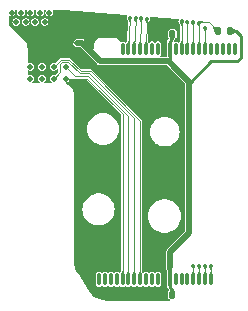
<source format=gbr>
G04 #@! TF.GenerationSoftware,KiCad,Pcbnew,8.99.0-344-gfbc433deaa*
G04 #@! TF.CreationDate,2024-05-05T12:56:36-04:00*
G04 #@! TF.ProjectId,nandFlex,6e616e64-466c-4657-982e-6b696361645f,3*
G04 #@! TF.SameCoordinates,Original*
G04 #@! TF.FileFunction,Copper,L1,Top*
G04 #@! TF.FilePolarity,Positive*
%FSLAX46Y46*%
G04 Gerber Fmt 4.6, Leading zero omitted, Abs format (unit mm)*
G04 Created by KiCad (PCBNEW 8.99.0-344-gfbc433deaa) date 2024-05-05 12:56:36*
%MOMM*%
%LPD*%
G01*
G04 APERTURE LIST*
G04 Aperture macros list*
%AMRoundRect*
0 Rectangle with rounded corners*
0 $1 Rounding radius*
0 $2 $3 $4 $5 $6 $7 $8 $9 X,Y pos of 4 corners*
0 Add a 4 corners polygon primitive as box body*
4,1,4,$2,$3,$4,$5,$6,$7,$8,$9,$2,$3,0*
0 Add four circle primitives for the rounded corners*
1,1,$1+$1,$2,$3*
1,1,$1+$1,$4,$5*
1,1,$1+$1,$6,$7*
1,1,$1+$1,$8,$9*
0 Add four rect primitives between the rounded corners*
20,1,$1+$1,$2,$3,$4,$5,0*
20,1,$1+$1,$4,$5,$6,$7,0*
20,1,$1+$1,$6,$7,$8,$9,0*
20,1,$1+$1,$8,$9,$2,$3,0*%
G04 Aperture macros list end*
G04 #@! TA.AperFunction,SMDPad,CuDef*
%ADD10RoundRect,0.140000X-0.140000X-0.170000X0.140000X-0.170000X0.140000X0.170000X-0.140000X0.170000X0*%
G04 #@! TD*
G04 #@! TA.AperFunction,SMDPad,CuDef*
%ADD11RoundRect,0.112000X-0.028000X0.438000X-0.028000X-0.438000X0.028000X-0.438000X0.028000X0.438000X0*%
G04 #@! TD*
G04 #@! TA.AperFunction,SMDPad,CuDef*
%ADD12RoundRect,0.135000X0.135000X0.185000X-0.135000X0.185000X-0.135000X-0.185000X0.135000X-0.185000X0*%
G04 #@! TD*
G04 #@! TA.AperFunction,ViaPad*
%ADD13C,0.470000*%
G04 #@! TD*
G04 #@! TA.AperFunction,ViaPad*
%ADD14C,0.350000*%
G04 #@! TD*
G04 #@! TA.AperFunction,Conductor*
%ADD15C,0.088900*%
G04 #@! TD*
G04 #@! TA.AperFunction,Conductor*
%ADD16C,0.500000*%
G04 #@! TD*
G04 #@! TA.AperFunction,Conductor*
%ADD17C,0.250000*%
G04 #@! TD*
G04 APERTURE END LIST*
D10*
X225993291Y-67221530D03*
X226953291Y-67221530D03*
X225993291Y-89321530D03*
X226953291Y-89321530D03*
D11*
X232223291Y-68521530D03*
X231723291Y-68521530D03*
X231223291Y-68521530D03*
X230723291Y-68521530D03*
X230223291Y-68521530D03*
X229723291Y-68521530D03*
X229223291Y-68521530D03*
X228723291Y-68521530D03*
X228223291Y-68521530D03*
X227723291Y-68521530D03*
X227223291Y-68521530D03*
X226723291Y-68521530D03*
X226223291Y-68521530D03*
X225723291Y-68521530D03*
X225223291Y-68521530D03*
X224723291Y-68521530D03*
X224223291Y-68521530D03*
X223723291Y-68521530D03*
X223223291Y-68521530D03*
X222723291Y-68521530D03*
X220723291Y-88021530D03*
X221223291Y-88021530D03*
X221723291Y-88021530D03*
X222223291Y-88021530D03*
X222723291Y-88021530D03*
X223223291Y-88021530D03*
X223723291Y-88021530D03*
X224223291Y-88021530D03*
X224723291Y-88021530D03*
X225223291Y-88021530D03*
X225723291Y-88021530D03*
X226223291Y-88021530D03*
X226723291Y-88021530D03*
X227223291Y-88021530D03*
X227723291Y-88021530D03*
X228223291Y-88021530D03*
X228723291Y-88021530D03*
X229223291Y-88021530D03*
X229723291Y-88021530D03*
X230223291Y-88021530D03*
D12*
X231815000Y-67005000D03*
X230795000Y-67005000D03*
D13*
X218900110Y-69024110D03*
X218900110Y-68024110D03*
X214900050Y-71024050D03*
X215900050Y-71024050D03*
X216900000Y-71024100D03*
X217900000Y-71024100D03*
X217900060Y-70024160D03*
X216900000Y-70024100D03*
X215900000Y-70024100D03*
X214900110Y-70024110D03*
X213723291Y-66231530D03*
X214523291Y-66231530D03*
X215323291Y-66231530D03*
X216123291Y-66231530D03*
X216523291Y-65431530D03*
X215723291Y-65431530D03*
X214923291Y-65431530D03*
X214123291Y-65431530D03*
X213323291Y-65431530D03*
D14*
X229723291Y-66734110D03*
X229190662Y-66293603D03*
X228681142Y-66256275D03*
X228205481Y-66220531D03*
X227729885Y-66183930D03*
X224784021Y-65963127D03*
X224308362Y-65927346D03*
X223831165Y-65891495D03*
X223355371Y-65854663D03*
X228730110Y-86864110D03*
X229220110Y-86874110D03*
X229710110Y-86874110D03*
X230210110Y-86874110D03*
X224900110Y-77024110D03*
X221900110Y-70524110D03*
X221664424Y-85943039D03*
X223500110Y-89324110D03*
X224400110Y-73024110D03*
X226900110Y-71524110D03*
X224900110Y-79024110D03*
X219900110Y-77024110D03*
X216040624Y-68536505D03*
X219900110Y-73024110D03*
X217719256Y-68480991D03*
X225380110Y-89324110D03*
X225095432Y-85114964D03*
X221400110Y-89324110D03*
X226900110Y-80024110D03*
X223400110Y-70524110D03*
X219900110Y-79024110D03*
X225410110Y-66054110D03*
X225229839Y-67630256D03*
X221900110Y-78024110D03*
X226900110Y-78024110D03*
X225400110Y-70524110D03*
X221900110Y-80024110D03*
X220145105Y-85005167D03*
D15*
X219923628Y-70592300D02*
X223723291Y-74391963D01*
X223723291Y-74391963D02*
X223723291Y-88021530D01*
X219108300Y-70592300D02*
X219923628Y-70592300D01*
X217626570Y-69627650D02*
X218143650Y-69627650D01*
X217427110Y-69827110D02*
X217626570Y-69627650D01*
X216900000Y-71024100D02*
X217427110Y-70496990D01*
X217427110Y-70496990D02*
X217427110Y-69827110D01*
X218143650Y-69627650D02*
X219108300Y-70592300D01*
X217900060Y-70024160D02*
X218684100Y-70808200D01*
X229723291Y-66734110D02*
X229723291Y-68521530D01*
X230795000Y-66959000D02*
X230795000Y-67005000D01*
X229290155Y-66194110D02*
X229595136Y-66194110D01*
X229190662Y-66293603D02*
X229223291Y-66326232D01*
X229190662Y-66293603D02*
X229290155Y-66194110D01*
X230065491Y-66229491D02*
X230795000Y-66959000D01*
X229595136Y-66194110D02*
X230065491Y-66229491D01*
X229223291Y-66326232D02*
X229223291Y-68521530D01*
X228681142Y-66256275D02*
X228723291Y-66298424D01*
X228723291Y-66298424D02*
X228723291Y-68521530D01*
X228205481Y-66220531D02*
X228223291Y-66238341D01*
X228223291Y-66238341D02*
X228223291Y-68521530D01*
X227723291Y-66190524D02*
X227723291Y-68521530D01*
X227729885Y-66183930D02*
X227723291Y-66190524D01*
X224784021Y-65963127D02*
X224723291Y-68521530D01*
X224308362Y-65927346D02*
X224223291Y-68521530D01*
X223831165Y-65891495D02*
X223723291Y-68521530D01*
X223355371Y-65854663D02*
X223223291Y-68521530D01*
X222723291Y-74002619D02*
X222723291Y-88021530D01*
X217900000Y-71024100D02*
X219744772Y-71024100D01*
X219744772Y-71024100D02*
X222723291Y-74002619D01*
X223223291Y-74197291D02*
X223223291Y-88021530D01*
X217900000Y-70024100D02*
X217900060Y-70024160D01*
X218684100Y-70808200D02*
X219834200Y-70808200D01*
X219834200Y-70808200D02*
X223223291Y-74197291D01*
X218233079Y-69411750D02*
X219197728Y-70376400D01*
X224223291Y-74586635D02*
X224223291Y-88021530D01*
X220013056Y-70376400D02*
X224223291Y-74586635D01*
X219197728Y-70376400D02*
X220013056Y-70376400D01*
X217512350Y-69411750D02*
X218233079Y-69411750D01*
X216900000Y-70024100D02*
X217512350Y-69411750D01*
X228723291Y-88021530D02*
X228723291Y-86870929D01*
X228723291Y-86870929D02*
X228730110Y-86864110D01*
X229223291Y-88021530D02*
X229223291Y-86877291D01*
X229223291Y-86877291D02*
X229220110Y-86874110D01*
X229723291Y-86887291D02*
X229710110Y-86874110D01*
X229723291Y-88021530D02*
X229723291Y-86887291D01*
X230210110Y-86874110D02*
X230223291Y-86887291D01*
X230223291Y-86887291D02*
X230223291Y-88021530D01*
D16*
X225990711Y-89324110D02*
X225993291Y-89321530D01*
D17*
X226223291Y-88650929D02*
X225993291Y-88880929D01*
X225993291Y-88880929D02*
X225993291Y-89321530D01*
X226223291Y-88021530D02*
X226223291Y-88650929D01*
X225943291Y-67617291D02*
X226223291Y-67897291D01*
D16*
X225380110Y-89324110D02*
X225990711Y-89324110D01*
D17*
X225382690Y-89321530D02*
X225380110Y-89324110D01*
X225943291Y-67221530D02*
X225943291Y-67617291D01*
X226223291Y-67897291D02*
X226223291Y-68521530D01*
X226723291Y-69490929D02*
X226640110Y-69574110D01*
D16*
X223300110Y-69574110D02*
X226640110Y-69574110D01*
X220840110Y-69574110D02*
X223300110Y-69574110D01*
D17*
X226903291Y-67690929D02*
X226903291Y-67221530D01*
D16*
X220110110Y-68844110D02*
X220840110Y-69574110D01*
X219290110Y-68024110D02*
X220110110Y-68844110D01*
X227939066Y-70873066D02*
X228360110Y-71294110D01*
D17*
X226953291Y-88887291D02*
X226953291Y-89321530D01*
X226723291Y-68521530D02*
X226723291Y-69490929D01*
D16*
X226720110Y-85714110D02*
X226720110Y-86614110D01*
X218900110Y-68024110D02*
X219290110Y-68024110D01*
X227080110Y-70014110D02*
X227939066Y-70873066D01*
D17*
X226723291Y-88657291D02*
X226953291Y-88887291D01*
D16*
X226720110Y-86614110D02*
X226720110Y-86904110D01*
X228360110Y-71294110D02*
X228360110Y-84074110D01*
D17*
X226723291Y-88021530D02*
X226723291Y-86617291D01*
X228425110Y-71359110D02*
X227939066Y-70873066D01*
X232351000Y-67005000D02*
X232760110Y-67414110D01*
X232760110Y-69244110D02*
X232430110Y-69574110D01*
D16*
X228360110Y-84074110D02*
X226720110Y-85714110D01*
D17*
X226723291Y-88021530D02*
X226723291Y-88657291D01*
X232760110Y-67414110D02*
X232760110Y-69244110D01*
X232430110Y-69574110D02*
X230210110Y-69574110D01*
X226723291Y-68521530D02*
X226723291Y-67870929D01*
X231815000Y-67005000D02*
X232351000Y-67005000D01*
X226723291Y-86617291D02*
X226720110Y-86614110D01*
X230210110Y-69574110D02*
X228425110Y-71359110D01*
X226723291Y-67870929D02*
X226903291Y-67690929D01*
D16*
X226640110Y-69574110D02*
X227080110Y-70014110D01*
G04 #@! TA.AperFunction,Conductor*
G36*
X226963902Y-86927478D02*
G01*
X226967270Y-86935610D01*
X226966995Y-86938108D01*
X226850294Y-87462528D01*
X226845240Y-87469734D01*
X226839069Y-87471530D01*
X226607409Y-87471530D01*
X226599277Y-87468162D01*
X226596212Y-87462652D01*
X226473417Y-86938232D01*
X226474842Y-86929546D01*
X226481992Y-86924413D01*
X226484614Y-86924110D01*
X226955770Y-86924110D01*
X226963902Y-86927478D01*
G37*
G04 #@! TD.AperFunction*
G04 #@! TA.AperFunction,Conductor*
G36*
X213804112Y-65242916D02*
G01*
X213822418Y-65287110D01*
X213815315Y-65313613D01*
X213815623Y-65313726D01*
X213814340Y-65317249D01*
X213814042Y-65318364D01*
X213813753Y-65318864D01*
X213813752Y-65318864D01*
X213793887Y-65431530D01*
X213813752Y-65544195D01*
X213813753Y-65544196D01*
X213870953Y-65643267D01*
X213958589Y-65716802D01*
X214053911Y-65751497D01*
X214066091Y-65755930D01*
X214066094Y-65755930D01*
X214180488Y-65755930D01*
X214180491Y-65755930D01*
X214287993Y-65716802D01*
X214375629Y-65643267D01*
X214432830Y-65544193D01*
X214452695Y-65431530D01*
X214432830Y-65318867D01*
X214432829Y-65318865D01*
X214432829Y-65318864D01*
X214432540Y-65318364D01*
X214432479Y-65317903D01*
X214430959Y-65313726D01*
X214431884Y-65313389D01*
X214426292Y-65270938D01*
X214455410Y-65232986D01*
X214486664Y-65224610D01*
X214559918Y-65224610D01*
X214604112Y-65242916D01*
X214622418Y-65287110D01*
X214615315Y-65313613D01*
X214615623Y-65313726D01*
X214614340Y-65317249D01*
X214614042Y-65318364D01*
X214613753Y-65318864D01*
X214613752Y-65318864D01*
X214593887Y-65431530D01*
X214613752Y-65544195D01*
X214613753Y-65544196D01*
X214670953Y-65643267D01*
X214758589Y-65716802D01*
X214853911Y-65751497D01*
X214866091Y-65755930D01*
X214866094Y-65755930D01*
X214980488Y-65755930D01*
X214980491Y-65755930D01*
X215087993Y-65716802D01*
X215175629Y-65643267D01*
X215232830Y-65544193D01*
X215252695Y-65431530D01*
X215232830Y-65318867D01*
X215232829Y-65318865D01*
X215232829Y-65318864D01*
X215232540Y-65318364D01*
X215232479Y-65317903D01*
X215230959Y-65313726D01*
X215231884Y-65313389D01*
X215226292Y-65270938D01*
X215255410Y-65232986D01*
X215286664Y-65224610D01*
X215359918Y-65224610D01*
X215404112Y-65242916D01*
X215422418Y-65287110D01*
X215415315Y-65313613D01*
X215415623Y-65313726D01*
X215414340Y-65317249D01*
X215414042Y-65318364D01*
X215413753Y-65318864D01*
X215413752Y-65318864D01*
X215393887Y-65431530D01*
X215413752Y-65544195D01*
X215413753Y-65544196D01*
X215470953Y-65643267D01*
X215558589Y-65716802D01*
X215653911Y-65751497D01*
X215666091Y-65755930D01*
X215666094Y-65755930D01*
X215780488Y-65755930D01*
X215780491Y-65755930D01*
X215887993Y-65716802D01*
X215975629Y-65643267D01*
X216032830Y-65544193D01*
X216052695Y-65431530D01*
X216032830Y-65318867D01*
X216032829Y-65318865D01*
X216032829Y-65318864D01*
X216032540Y-65318364D01*
X216032479Y-65317903D01*
X216030959Y-65313726D01*
X216031884Y-65313389D01*
X216026292Y-65270938D01*
X216055410Y-65232986D01*
X216086664Y-65224610D01*
X216159918Y-65224610D01*
X216204112Y-65242916D01*
X216222418Y-65287110D01*
X216215315Y-65313613D01*
X216215623Y-65313726D01*
X216214340Y-65317249D01*
X216214042Y-65318364D01*
X216213753Y-65318864D01*
X216213752Y-65318864D01*
X216193887Y-65431530D01*
X216213752Y-65544195D01*
X216213753Y-65544196D01*
X216270953Y-65643267D01*
X216358589Y-65716802D01*
X216453911Y-65751497D01*
X216466091Y-65755930D01*
X216466094Y-65755930D01*
X216580488Y-65755930D01*
X216580491Y-65755930D01*
X216687993Y-65716802D01*
X216775629Y-65643267D01*
X216832830Y-65544193D01*
X216852695Y-65431530D01*
X216832830Y-65318867D01*
X216832829Y-65318865D01*
X216832829Y-65318864D01*
X216832540Y-65318364D01*
X216832479Y-65317903D01*
X216830959Y-65313726D01*
X216831884Y-65313389D01*
X216826292Y-65270938D01*
X216855410Y-65232986D01*
X216886660Y-65224610D01*
X216924152Y-65224610D01*
X216924931Y-65224614D01*
X217168980Y-65227666D01*
X217170521Y-65227704D01*
X217414048Y-65236849D01*
X217415583Y-65236926D01*
X217659051Y-65252179D01*
X217659610Y-65252218D01*
X217695810Y-65254941D01*
X217695821Y-65254946D01*
X217695822Y-65254942D01*
X217726457Y-65257253D01*
X217726547Y-65257253D01*
X223056538Y-65658187D01*
X223099234Y-65679756D01*
X223114173Y-65725199D01*
X223107268Y-65745233D01*
X223108667Y-65745813D01*
X223106312Y-65751497D01*
X223085791Y-65854662D01*
X223085791Y-65854663D01*
X223106311Y-65957826D01*
X223106312Y-65957828D01*
X223106567Y-65958209D01*
X223112578Y-65971523D01*
X223113218Y-65971286D01*
X223114286Y-65974158D01*
X223114287Y-65974162D01*
X223141492Y-66029900D01*
X223141499Y-66029913D01*
X223143496Y-66033776D01*
X223144037Y-66034766D01*
X223146319Y-66038707D01*
X223172840Y-66082082D01*
X223174472Y-66084915D01*
X223186325Y-66106795D01*
X223191687Y-66120186D01*
X223193991Y-66128671D01*
X223195616Y-66134657D01*
X223195619Y-66134666D01*
X223197776Y-66149197D01*
X223198477Y-66172910D01*
X223199057Y-66192524D01*
X223200762Y-66200679D01*
X223201914Y-66206184D01*
X223203160Y-66222070D01*
X223125832Y-67783434D01*
X223120827Y-67805029D01*
X223106809Y-67837632D01*
X223105581Y-67840311D01*
X223088238Y-67875921D01*
X223086536Y-67879171D01*
X223070664Y-67907419D01*
X223068249Y-67911366D01*
X223054607Y-67931919D01*
X223051083Y-67936716D01*
X223038392Y-67952369D01*
X223035922Y-67955612D01*
X223034919Y-67956929D01*
X223034119Y-67958048D01*
X223034115Y-67958054D01*
X223031822Y-67963554D01*
X223026116Y-67974203D01*
X223025268Y-67975473D01*
X222985503Y-68002061D01*
X222938583Y-67992744D01*
X222921323Y-67975489D01*
X222915099Y-67966174D01*
X222896493Y-67938328D01*
X222838001Y-67899245D01*
X222829876Y-67893816D01*
X222829872Y-67893814D01*
X222771129Y-67882130D01*
X222675453Y-67882130D01*
X222616709Y-67893814D01*
X222616702Y-67893817D01*
X222596825Y-67907099D01*
X222549909Y-67916431D01*
X222510136Y-67889854D01*
X222505792Y-67882249D01*
X222498497Y-67867101D01*
X222469283Y-67806435D01*
X222426295Y-67752526D01*
X222398970Y-67718259D01*
X222310806Y-67647943D01*
X222310801Y-67647940D01*
X222209201Y-67599002D01*
X222209199Y-67599001D01*
X222099253Y-67573895D01*
X222088198Y-67573892D01*
X222088143Y-67573888D01*
X222082721Y-67573888D01*
X222042865Y-67573888D01*
X221996830Y-67573882D01*
X221996770Y-67573888D01*
X220888963Y-67573888D01*
X220888872Y-67573879D01*
X220868735Y-67573882D01*
X220868619Y-67573834D01*
X220842798Y-67573839D01*
X220786407Y-67573850D01*
X220676457Y-67598965D01*
X220676453Y-67598966D01*
X220574855Y-67647910D01*
X220574852Y-67647912D01*
X220486678Y-67718242D01*
X220416368Y-67806421D01*
X220416366Y-67806424D01*
X220367438Y-67908032D01*
X220342341Y-68017987D01*
X220342340Y-68017990D01*
X220342340Y-68030667D01*
X220342339Y-68030687D01*
X220342339Y-68034506D01*
X220342339Y-68063692D01*
X220342339Y-68074380D01*
X220342338Y-68108387D01*
X220342337Y-68121528D01*
X220342339Y-68121545D01*
X220342339Y-68445467D01*
X220324033Y-68489661D01*
X220279839Y-68507967D01*
X220235645Y-68489661D01*
X219565266Y-67819282D01*
X219565254Y-67819268D01*
X219498512Y-67752526D01*
X219498508Y-67752523D01*
X219498507Y-67752522D01*
X219421114Y-67707839D01*
X219421113Y-67707838D01*
X219421112Y-67707838D01*
X219334797Y-67684709D01*
X219334793Y-67684709D01*
X219245427Y-67684709D01*
X219241602Y-67684709D01*
X219241586Y-67684710D01*
X218855427Y-67684710D01*
X218855426Y-67684710D01*
X218855420Y-67684711D01*
X218769109Y-67707837D01*
X218769106Y-67707838D01*
X218691711Y-67752523D01*
X218691707Y-67752526D01*
X218628526Y-67815707D01*
X218628523Y-67815711D01*
X218583838Y-67893106D01*
X218583837Y-67893109D01*
X218560711Y-67979420D01*
X218560710Y-67979428D01*
X218560710Y-68068791D01*
X218560711Y-68068799D01*
X218583837Y-68155110D01*
X218583838Y-68155113D01*
X218628523Y-68232508D01*
X218628526Y-68232512D01*
X218691707Y-68295693D01*
X218691711Y-68295696D01*
X218691713Y-68295698D01*
X218769106Y-68340381D01*
X218769109Y-68340382D01*
X218821925Y-68354533D01*
X218855427Y-68363510D01*
X219123638Y-68363510D01*
X219167832Y-68381816D01*
X220566334Y-69780318D01*
X220566339Y-69780324D01*
X220568522Y-69782507D01*
X220631713Y-69845698D01*
X220709106Y-69890381D01*
X220727343Y-69895266D01*
X220727347Y-69895269D01*
X220727348Y-69895268D01*
X220795427Y-69913511D01*
X220795430Y-69913511D01*
X220888618Y-69913511D01*
X220888634Y-69913510D01*
X223255427Y-69913510D01*
X226473638Y-69913510D01*
X226517832Y-69931816D01*
X226808522Y-70222506D01*
X227734224Y-71148210D01*
X227734238Y-71148222D01*
X228002404Y-71416388D01*
X228020710Y-71460582D01*
X228020710Y-83907637D01*
X228002404Y-83951831D01*
X226511715Y-85442520D01*
X226511713Y-85442522D01*
X226480118Y-85474117D01*
X226448523Y-85505711D01*
X226403838Y-85583106D01*
X226403838Y-85583108D01*
X226380709Y-85669422D01*
X226380709Y-85763824D01*
X226380710Y-85763837D01*
X226380710Y-86915123D01*
X226380323Y-86919874D01*
X226380459Y-86919883D01*
X226380261Y-86922945D01*
X226380674Y-86935166D01*
X226380710Y-86937274D01*
X226380710Y-86948795D01*
X226380882Y-86950102D01*
X226381381Y-86956152D01*
X226381502Y-86959745D01*
X226381504Y-86959760D01*
X226494646Y-87442957D01*
X226496182Y-87460918D01*
X226495068Y-87479642D01*
X226495064Y-87479711D01*
X226492070Y-87529108D01*
X226492065Y-87529176D01*
X226489204Y-87575528D01*
X226489746Y-87592979D01*
X226490276Y-87597249D01*
X226492437Y-87607088D01*
X226493891Y-87620491D01*
X226493891Y-88479368D01*
X226506777Y-88544151D01*
X226506055Y-88544294D01*
X226508891Y-88558548D01*
X226508891Y-88699939D01*
X226511208Y-88705532D01*
X226541530Y-88778737D01*
X226541532Y-88778740D01*
X226627265Y-88864473D01*
X226645571Y-88908667D01*
X226643509Y-88924587D01*
X226635907Y-88953447D01*
X226635255Y-88955743D01*
X226623143Y-88995495D01*
X226622137Y-88998519D01*
X226611221Y-89028729D01*
X226609571Y-89032832D01*
X226601258Y-89051563D01*
X226601257Y-89051566D01*
X226600569Y-89053429D01*
X226600557Y-89053424D01*
X226599329Y-89056883D01*
X226597199Y-89062026D01*
X226595909Y-89068514D01*
X226594501Y-89074190D01*
X226594383Y-89074582D01*
X226594383Y-89074585D01*
X226593430Y-89080392D01*
X226593235Y-89081658D01*
X226592765Y-89084319D01*
X226583891Y-89128934D01*
X226583891Y-89514120D01*
X226583892Y-89514124D01*
X226597200Y-89581035D01*
X226597202Y-89581039D01*
X226612246Y-89603553D01*
X226647903Y-89656918D01*
X226715939Y-89702378D01*
X226723512Y-89707438D01*
X226750088Y-89747212D01*
X226740756Y-89794128D01*
X226700982Y-89820704D01*
X226688806Y-89821905D01*
X221431688Y-89823308D01*
X221431687Y-89823308D01*
X221393752Y-89823318D01*
X221389852Y-89823197D01*
X221171495Y-89809602D01*
X221163754Y-89808632D01*
X220950708Y-89768300D01*
X220943147Y-89766373D01*
X220780240Y-89713828D01*
X220736788Y-89699813D01*
X220729531Y-89696961D01*
X220550470Y-89613333D01*
X220533071Y-89605207D01*
X220526222Y-89601471D01*
X220342722Y-89485952D01*
X220336392Y-89481391D01*
X220168725Y-89343920D01*
X220163011Y-89338606D01*
X220013770Y-89181304D01*
X220008764Y-89175320D01*
X219879436Y-88999497D01*
X219877222Y-88996282D01*
X218925906Y-87517705D01*
X218925904Y-87517700D01*
X218900431Y-87478109D01*
X218898587Y-87475055D01*
X218896509Y-87471381D01*
X218800142Y-87300964D01*
X218796996Y-87294577D01*
X218719718Y-87112035D01*
X218717326Y-87105343D01*
X218661358Y-86915208D01*
X218659737Y-86908263D01*
X218654896Y-86880411D01*
X218625790Y-86712965D01*
X218624976Y-86705915D01*
X218613393Y-86506107D01*
X218613289Y-86502546D01*
X218613254Y-86459573D01*
X218613252Y-86459562D01*
X218609537Y-82099325D01*
X219332982Y-82099325D01*
X219351584Y-82323813D01*
X219406881Y-82542178D01*
X219406882Y-82542180D01*
X219497367Y-82748465D01*
X219497369Y-82748468D01*
X219620570Y-82937040D01*
X219620573Y-82937045D01*
X219773134Y-83102770D01*
X219773137Y-83102773D01*
X219950892Y-83241124D01*
X219950894Y-83241125D01*
X220149002Y-83348336D01*
X220362055Y-83421477D01*
X220584240Y-83458554D01*
X220584246Y-83458554D01*
X220809492Y-83458554D01*
X220809498Y-83458554D01*
X221031683Y-83421477D01*
X221244736Y-83348336D01*
X221442844Y-83241125D01*
X221620605Y-83102769D01*
X221773167Y-82937042D01*
X221896372Y-82748463D01*
X221986857Y-82542178D01*
X222042154Y-82323813D01*
X222060756Y-82099325D01*
X222042154Y-81874837D01*
X221986857Y-81656472D01*
X221896372Y-81450187D01*
X221773167Y-81261608D01*
X221773165Y-81261606D01*
X221773164Y-81261604D01*
X221620603Y-81095879D01*
X221620600Y-81095876D01*
X221442845Y-80957525D01*
X221442843Y-80957524D01*
X221244736Y-80850314D01*
X221031683Y-80777173D01*
X220809499Y-80740096D01*
X220809498Y-80740096D01*
X220584240Y-80740096D01*
X220584238Y-80740096D01*
X220362054Y-80777173D01*
X220149002Y-80850314D01*
X220149001Y-80850314D01*
X219950894Y-80957524D01*
X219950892Y-80957525D01*
X219773137Y-81095876D01*
X219773134Y-81095879D01*
X219620573Y-81261604D01*
X219620570Y-81261609D01*
X219497369Y-81450181D01*
X219497367Y-81450184D01*
X219407088Y-81656001D01*
X219406881Y-81656472D01*
X219351584Y-81874837D01*
X219332982Y-82099325D01*
X218609537Y-82099325D01*
X218604475Y-76158939D01*
X218603740Y-75296676D01*
X219733272Y-75296676D01*
X219753651Y-75529610D01*
X219753654Y-75529626D01*
X219814169Y-75755472D01*
X219814170Y-75755474D01*
X219912991Y-75967396D01*
X220047111Y-76158940D01*
X220212451Y-76324280D01*
X220260089Y-76357636D01*
X220403995Y-76458400D01*
X220403994Y-76458400D01*
X220509955Y-76507810D01*
X220615916Y-76557221D01*
X220615918Y-76557221D01*
X220615919Y-76557222D01*
X220841765Y-76617737D01*
X220841771Y-76617738D01*
X220841778Y-76617740D01*
X220981542Y-76629968D01*
X221074716Y-76638120D01*
X221074718Y-76638120D01*
X221074720Y-76638120D01*
X221152364Y-76631326D01*
X221307658Y-76617740D01*
X221307667Y-76617737D01*
X221307670Y-76617737D01*
X221533516Y-76557222D01*
X221533515Y-76557222D01*
X221533520Y-76557221D01*
X221745441Y-76458400D01*
X221936983Y-76324281D01*
X222102325Y-76158939D01*
X222236444Y-75967397D01*
X222335265Y-75755476D01*
X222386715Y-75563460D01*
X222395781Y-75529626D01*
X222395781Y-75529623D01*
X222395784Y-75529614D01*
X222416164Y-75296674D01*
X222414997Y-75283339D01*
X222399150Y-75102206D01*
X222395784Y-75063734D01*
X222385733Y-75026224D01*
X222335266Y-74837875D01*
X222335265Y-74837873D01*
X222256035Y-74667965D01*
X222236444Y-74625951D01*
X222190730Y-74560665D01*
X222102324Y-74434407D01*
X221936984Y-74269067D01*
X221797387Y-74171321D01*
X221745441Y-74134948D01*
X221745439Y-74134947D01*
X221745441Y-74134947D01*
X221533518Y-74036126D01*
X221533516Y-74036125D01*
X221307670Y-73975610D01*
X221307654Y-73975607D01*
X221074720Y-73955228D01*
X221074716Y-73955228D01*
X220841781Y-73975607D01*
X220841765Y-73975610D01*
X220615919Y-74036125D01*
X220615917Y-74036126D01*
X220403995Y-74134947D01*
X220212451Y-74269067D01*
X220047111Y-74434407D01*
X219912991Y-74625951D01*
X219814170Y-74837873D01*
X219814169Y-74837875D01*
X219753654Y-75063721D01*
X219753651Y-75063737D01*
X219733272Y-75296671D01*
X219733272Y-75296676D01*
X218603740Y-75296676D01*
X218601167Y-72277248D01*
X218601153Y-72277109D01*
X218601120Y-72234706D01*
X218601120Y-72234702D01*
X218566406Y-72060848D01*
X218498459Y-71897100D01*
X218399888Y-71749744D01*
X218395030Y-71744890D01*
X218274480Y-71624439D01*
X218274475Y-71624435D01*
X218127036Y-71525986D01*
X218127031Y-71525984D01*
X217967970Y-71460136D01*
X217934138Y-71426318D01*
X217934129Y-71378483D01*
X217967947Y-71344651D01*
X217970454Y-71343675D01*
X218064702Y-71309372D01*
X218152338Y-71235837D01*
X218179265Y-71189198D01*
X218217216Y-71160079D01*
X218233391Y-71157950D01*
X219663442Y-71157950D01*
X219707636Y-71176256D01*
X222571135Y-74039755D01*
X222589441Y-74083949D01*
X222589441Y-87291246D01*
X222586352Y-87310651D01*
X222572547Y-87352918D01*
X222571830Y-87354991D01*
X222556560Y-87396719D01*
X222555569Y-87399255D01*
X222541128Y-87433955D01*
X222539722Y-87437087D01*
X222526840Y-87463802D01*
X222491155Y-87495659D01*
X222443397Y-87492953D01*
X222418576Y-87471378D01*
X222396493Y-87438328D01*
X222329876Y-87393816D01*
X222329872Y-87393814D01*
X222271129Y-87382130D01*
X222175453Y-87382130D01*
X222116709Y-87393814D01*
X222116705Y-87393816D01*
X222050089Y-87438328D01*
X222025258Y-87475490D01*
X221985484Y-87502066D01*
X221938568Y-87492734D01*
X221921324Y-87475490D01*
X221909707Y-87458105D01*
X221896493Y-87438328D01*
X221838001Y-87399245D01*
X221829876Y-87393816D01*
X221829872Y-87393814D01*
X221771129Y-87382130D01*
X221675453Y-87382130D01*
X221616709Y-87393814D01*
X221616705Y-87393816D01*
X221550089Y-87438328D01*
X221525258Y-87475490D01*
X221485484Y-87502066D01*
X221438568Y-87492734D01*
X221421324Y-87475490D01*
X221409707Y-87458105D01*
X221396493Y-87438328D01*
X221338001Y-87399245D01*
X221329876Y-87393816D01*
X221329872Y-87393814D01*
X221271129Y-87382130D01*
X221175453Y-87382130D01*
X221116709Y-87393814D01*
X221116705Y-87393816D01*
X221050089Y-87438328D01*
X221025258Y-87475490D01*
X220985484Y-87502066D01*
X220938568Y-87492734D01*
X220921324Y-87475490D01*
X220909707Y-87458105D01*
X220896493Y-87438328D01*
X220838001Y-87399245D01*
X220829876Y-87393816D01*
X220829872Y-87393814D01*
X220771129Y-87382130D01*
X220675453Y-87382130D01*
X220616709Y-87393814D01*
X220616705Y-87393816D01*
X220550089Y-87438328D01*
X220505577Y-87504944D01*
X220505575Y-87504948D01*
X220493891Y-87563691D01*
X220493891Y-88479368D01*
X220505575Y-88538111D01*
X220505576Y-88538113D01*
X220550089Y-88604732D01*
X220616708Y-88649245D01*
X220675453Y-88660930D01*
X220771129Y-88660930D01*
X220829874Y-88649245D01*
X220896493Y-88604732D01*
X220921324Y-88567568D01*
X220961098Y-88540993D01*
X221008014Y-88550325D01*
X221025257Y-88567568D01*
X221050089Y-88604732D01*
X221116708Y-88649245D01*
X221175453Y-88660930D01*
X221271129Y-88660930D01*
X221329874Y-88649245D01*
X221396493Y-88604732D01*
X221421324Y-88567568D01*
X221461098Y-88540993D01*
X221508014Y-88550325D01*
X221525257Y-88567568D01*
X221550089Y-88604732D01*
X221616708Y-88649245D01*
X221675453Y-88660930D01*
X221771129Y-88660930D01*
X221829874Y-88649245D01*
X221896493Y-88604732D01*
X221921324Y-88567568D01*
X221961098Y-88540993D01*
X222008014Y-88550325D01*
X222025257Y-88567568D01*
X222050089Y-88604732D01*
X222116708Y-88649245D01*
X222175453Y-88660930D01*
X222271129Y-88660930D01*
X222329874Y-88649245D01*
X222396493Y-88604732D01*
X222421324Y-88567568D01*
X222461098Y-88540993D01*
X222508014Y-88550325D01*
X222525257Y-88567568D01*
X222550089Y-88604732D01*
X222616708Y-88649245D01*
X222675453Y-88660930D01*
X222771129Y-88660930D01*
X222829874Y-88649245D01*
X222896493Y-88604732D01*
X222921324Y-88567568D01*
X222961098Y-88540993D01*
X223008014Y-88550325D01*
X223025257Y-88567568D01*
X223050089Y-88604732D01*
X223116708Y-88649245D01*
X223175453Y-88660930D01*
X223271129Y-88660930D01*
X223329874Y-88649245D01*
X223396493Y-88604732D01*
X223421324Y-88567568D01*
X223461098Y-88540993D01*
X223508014Y-88550325D01*
X223525257Y-88567568D01*
X223550089Y-88604732D01*
X223616708Y-88649245D01*
X223675453Y-88660930D01*
X223771129Y-88660930D01*
X223829874Y-88649245D01*
X223896493Y-88604732D01*
X223921324Y-88567568D01*
X223961098Y-88540993D01*
X224008014Y-88550325D01*
X224025257Y-88567568D01*
X224050089Y-88604732D01*
X224116708Y-88649245D01*
X224175453Y-88660930D01*
X224271129Y-88660930D01*
X224329874Y-88649245D01*
X224396493Y-88604732D01*
X224421324Y-88567568D01*
X224461098Y-88540993D01*
X224508014Y-88550325D01*
X224525257Y-88567568D01*
X224550089Y-88604732D01*
X224616708Y-88649245D01*
X224675453Y-88660930D01*
X224771129Y-88660930D01*
X224829874Y-88649245D01*
X224896493Y-88604732D01*
X224921324Y-88567568D01*
X224961098Y-88540993D01*
X225008014Y-88550325D01*
X225025257Y-88567568D01*
X225050089Y-88604732D01*
X225116708Y-88649245D01*
X225175453Y-88660930D01*
X225271129Y-88660930D01*
X225329874Y-88649245D01*
X225396493Y-88604732D01*
X225421324Y-88567568D01*
X225461098Y-88540993D01*
X225508014Y-88550325D01*
X225525257Y-88567568D01*
X225550089Y-88604732D01*
X225616708Y-88649245D01*
X225675453Y-88660930D01*
X225771129Y-88660930D01*
X225829874Y-88649245D01*
X225896493Y-88604732D01*
X225941006Y-88538113D01*
X225952691Y-88479368D01*
X225952691Y-87563692D01*
X225941006Y-87504947D01*
X225896493Y-87438328D01*
X225838001Y-87399245D01*
X225829876Y-87393816D01*
X225829872Y-87393814D01*
X225771129Y-87382130D01*
X225675453Y-87382130D01*
X225616709Y-87393814D01*
X225616705Y-87393816D01*
X225550089Y-87438328D01*
X225525258Y-87475490D01*
X225485484Y-87502066D01*
X225438568Y-87492734D01*
X225421324Y-87475490D01*
X225409707Y-87458105D01*
X225396493Y-87438328D01*
X225338001Y-87399245D01*
X225329876Y-87393816D01*
X225329872Y-87393814D01*
X225271129Y-87382130D01*
X225175453Y-87382130D01*
X225116709Y-87393814D01*
X225116705Y-87393816D01*
X225050089Y-87438328D01*
X225025258Y-87475490D01*
X224985484Y-87502066D01*
X224938568Y-87492734D01*
X224921324Y-87475490D01*
X224909707Y-87458105D01*
X224896493Y-87438328D01*
X224838001Y-87399245D01*
X224829876Y-87393816D01*
X224829872Y-87393814D01*
X224771129Y-87382130D01*
X224675453Y-87382130D01*
X224616709Y-87393814D01*
X224616705Y-87393816D01*
X224550088Y-87438328D01*
X224528003Y-87471381D01*
X224488229Y-87497956D01*
X224441313Y-87488623D01*
X224419742Y-87463807D01*
X224409687Y-87442957D01*
X224406853Y-87437081D01*
X224405459Y-87433976D01*
X224390999Y-87399227D01*
X224390029Y-87396744D01*
X224374722Y-87354916D01*
X224374031Y-87352918D01*
X224365777Y-87327643D01*
X224360228Y-87310646D01*
X224357141Y-87291247D01*
X224357141Y-82655501D01*
X224874245Y-82655501D01*
X224893411Y-82886806D01*
X224893413Y-82886816D01*
X224950384Y-83111788D01*
X224950386Y-83111796D01*
X224950388Y-83111801D01*
X225043621Y-83324350D01*
X225170566Y-83518654D01*
X225170569Y-83518657D01*
X225327762Y-83689415D01*
X225327765Y-83689418D01*
X225510917Y-83831970D01*
X225510919Y-83831971D01*
X225715042Y-83942437D01*
X225934564Y-84017799D01*
X226163496Y-84056001D01*
X226163499Y-84056001D01*
X226395591Y-84056001D01*
X226395594Y-84056001D01*
X226624526Y-84017799D01*
X226844048Y-83942437D01*
X227048171Y-83831971D01*
X227231329Y-83689414D01*
X227388524Y-83518654D01*
X227515469Y-83324350D01*
X227608702Y-83111801D01*
X227665679Y-82886806D01*
X227684845Y-82655501D01*
X227665679Y-82424196D01*
X227608702Y-82199201D01*
X227515469Y-81986652D01*
X227388524Y-81792348D01*
X227231329Y-81621588D01*
X227231328Y-81621587D01*
X227231327Y-81621586D01*
X227231324Y-81621583D01*
X227048172Y-81479031D01*
X227048170Y-81479030D01*
X226942334Y-81421755D01*
X226844048Y-81368565D01*
X226624526Y-81293203D01*
X226395594Y-81255001D01*
X226163496Y-81255001D01*
X225991797Y-81283652D01*
X225934563Y-81293203D01*
X225715042Y-81368565D01*
X225650841Y-81403308D01*
X225510919Y-81479030D01*
X225510917Y-81479031D01*
X225327765Y-81621583D01*
X225327762Y-81621586D01*
X225170569Y-81792344D01*
X225170565Y-81792349D01*
X225043624Y-81986646D01*
X225043622Y-81986649D01*
X224950389Y-82199198D01*
X224950384Y-82199213D01*
X224893413Y-82424185D01*
X224893411Y-82424195D01*
X224874245Y-82655501D01*
X224357141Y-82655501D01*
X224357141Y-75515136D01*
X225057476Y-75515136D01*
X225076510Y-75732696D01*
X225076513Y-75732712D01*
X225133035Y-75943655D01*
X225225333Y-76141589D01*
X225350601Y-76320491D01*
X225505029Y-76474919D01*
X225570115Y-76520492D01*
X225683931Y-76600187D01*
X225683930Y-76600187D01*
X225881865Y-76692485D01*
X226092808Y-76749007D01*
X226092814Y-76749008D01*
X226092821Y-76749010D01*
X226223360Y-76760431D01*
X226310385Y-76768045D01*
X226310387Y-76768045D01*
X226310389Y-76768045D01*
X226382909Y-76761700D01*
X226527953Y-76749010D01*
X226527962Y-76749007D01*
X226527965Y-76749007D01*
X226738908Y-76692485D01*
X226936843Y-76600187D01*
X227115743Y-76474920D01*
X227270173Y-76320490D01*
X227395440Y-76141590D01*
X227487738Y-75943655D01*
X227544263Y-75732700D01*
X227562031Y-75529614D01*
X227563298Y-75515136D01*
X227563298Y-75515131D01*
X227544263Y-75297571D01*
X227544263Y-75297568D01*
X227544023Y-75296674D01*
X227487741Y-75086623D01*
X227487739Y-75086620D01*
X227487738Y-75086613D01*
X227421746Y-74945092D01*
X227395442Y-74888682D01*
X227395440Y-74888680D01*
X227395440Y-74888679D01*
X227270173Y-74709778D01*
X227270172Y-74709776D01*
X227115744Y-74555348D01*
X226943021Y-74434407D01*
X226936843Y-74430081D01*
X226936841Y-74430080D01*
X226936843Y-74430080D01*
X226738908Y-74337782D01*
X226527965Y-74281260D01*
X226527949Y-74281257D01*
X226310389Y-74262223D01*
X226310385Y-74262223D01*
X226092824Y-74281257D01*
X226092808Y-74281260D01*
X225881876Y-74337779D01*
X225881860Y-74337785D01*
X225683935Y-74430078D01*
X225683933Y-74430080D01*
X225505029Y-74555348D01*
X225350601Y-74709776D01*
X225225333Y-74888680D01*
X225225331Y-74888682D01*
X225133038Y-75086607D01*
X225133032Y-75086623D01*
X225076513Y-75297555D01*
X225076510Y-75297571D01*
X225057476Y-75515131D01*
X225057476Y-75515136D01*
X224357141Y-75515136D01*
X224357141Y-74560011D01*
X224357140Y-74560009D01*
X224341521Y-74522301D01*
X224341521Y-74522300D01*
X224336763Y-74510814D01*
X220088877Y-70262929D01*
X220088872Y-70262925D01*
X220039682Y-70242550D01*
X220039680Y-70242550D01*
X219279058Y-70242550D01*
X219234864Y-70224244D01*
X218308900Y-69298278D01*
X218308897Y-69298276D01*
X218259705Y-69277900D01*
X218259703Y-69277900D01*
X217538974Y-69277900D01*
X217485726Y-69277900D01*
X217485723Y-69277900D01*
X217436533Y-69298275D01*
X217436528Y-69298279D01*
X217042472Y-69692334D01*
X216998278Y-69710640D01*
X216976902Y-69706871D01*
X216957202Y-69699700D01*
X216957200Y-69699700D01*
X216842800Y-69699700D01*
X216842797Y-69699700D01*
X216735298Y-69738827D01*
X216647662Y-69812362D01*
X216590462Y-69911433D01*
X216590461Y-69911434D01*
X216570596Y-70024100D01*
X216590461Y-70136765D01*
X216590462Y-70136766D01*
X216639113Y-70221030D01*
X216647662Y-70235837D01*
X216735298Y-70309372D01*
X216842800Y-70348500D01*
X216842803Y-70348500D01*
X216957197Y-70348500D01*
X216957200Y-70348500D01*
X217064702Y-70309372D01*
X217152338Y-70235837D01*
X217169759Y-70205663D01*
X217176634Y-70193756D01*
X217214584Y-70164636D01*
X217262010Y-70170880D01*
X217291130Y-70208830D01*
X217293260Y-70225006D01*
X217293260Y-70415659D01*
X217274954Y-70459853D01*
X217042472Y-70692334D01*
X216998278Y-70710640D01*
X216976902Y-70706871D01*
X216957202Y-70699700D01*
X216957200Y-70699700D01*
X216842800Y-70699700D01*
X216842797Y-70699700D01*
X216735298Y-70738827D01*
X216647662Y-70812362D01*
X216590462Y-70911433D01*
X216590461Y-70911434D01*
X216570596Y-71024100D01*
X216590461Y-71136765D01*
X216590462Y-71136766D01*
X216647662Y-71235837D01*
X216739487Y-71312887D01*
X216737501Y-71315253D01*
X216760276Y-71344914D01*
X216754048Y-71392343D01*
X216716107Y-71421475D01*
X216699911Y-71423610D01*
X216100053Y-71423610D01*
X216055859Y-71405304D01*
X216037553Y-71361110D01*
X216055859Y-71316916D01*
X216060802Y-71313122D01*
X216060563Y-71312837D01*
X216064752Y-71309322D01*
X216152388Y-71235787D01*
X216209589Y-71136713D01*
X216229454Y-71024050D01*
X216209589Y-70911387D01*
X216209588Y-70911385D01*
X216209588Y-70911384D01*
X216209587Y-70911383D01*
X216177598Y-70855977D01*
X216152388Y-70812313D01*
X216128569Y-70792326D01*
X216064751Y-70738777D01*
X215957252Y-70699650D01*
X215957250Y-70699650D01*
X215842850Y-70699650D01*
X215842847Y-70699650D01*
X215735348Y-70738777D01*
X215647712Y-70812312D01*
X215590512Y-70911383D01*
X215590511Y-70911384D01*
X215570646Y-71024050D01*
X215590511Y-71136715D01*
X215590512Y-71136716D01*
X215647712Y-71235787D01*
X215739537Y-71312837D01*
X215737579Y-71315169D01*
X215760419Y-71344940D01*
X215754170Y-71392365D01*
X215716217Y-71421482D01*
X215700047Y-71423610D01*
X215100053Y-71423610D01*
X215055859Y-71405304D01*
X215037553Y-71361110D01*
X215055859Y-71316916D01*
X215060802Y-71313122D01*
X215060563Y-71312837D01*
X215064752Y-71309322D01*
X215152388Y-71235787D01*
X215209589Y-71136713D01*
X215229454Y-71024050D01*
X215209589Y-70911387D01*
X215209588Y-70911385D01*
X215209588Y-70911384D01*
X215209587Y-70911383D01*
X215177598Y-70855977D01*
X215152388Y-70812313D01*
X215128569Y-70792326D01*
X215064751Y-70738777D01*
X214957252Y-70699650D01*
X214957250Y-70699650D01*
X214842850Y-70699650D01*
X214842847Y-70699650D01*
X214774486Y-70724532D01*
X214726696Y-70722445D01*
X214694379Y-70687177D01*
X214690610Y-70665801D01*
X214690610Y-70382336D01*
X214708916Y-70338142D01*
X214753110Y-70319836D01*
X214774482Y-70323604D01*
X214842910Y-70348510D01*
X214842913Y-70348510D01*
X214957307Y-70348510D01*
X214957310Y-70348510D01*
X215064812Y-70309382D01*
X215152448Y-70235847D01*
X215209649Y-70136773D01*
X215229514Y-70024110D01*
X215229512Y-70024100D01*
X215570596Y-70024100D01*
X215590461Y-70136765D01*
X215590462Y-70136766D01*
X215639113Y-70221030D01*
X215647662Y-70235837D01*
X215735298Y-70309372D01*
X215842800Y-70348500D01*
X215842803Y-70348500D01*
X215957197Y-70348500D01*
X215957200Y-70348500D01*
X216064702Y-70309372D01*
X216152338Y-70235837D01*
X216209539Y-70136763D01*
X216229404Y-70024100D01*
X216209539Y-69911437D01*
X216209538Y-69911435D01*
X216209538Y-69911434D01*
X216209537Y-69911433D01*
X216156823Y-69820132D01*
X216152338Y-69812363D01*
X216145728Y-69806816D01*
X216064701Y-69738827D01*
X215957202Y-69699700D01*
X215957200Y-69699700D01*
X215842800Y-69699700D01*
X215842797Y-69699700D01*
X215735298Y-69738827D01*
X215647662Y-69812362D01*
X215590462Y-69911433D01*
X215590461Y-69911434D01*
X215570596Y-70024100D01*
X215229512Y-70024100D01*
X215209649Y-69911447D01*
X215209648Y-69911445D01*
X215209648Y-69911444D01*
X215209647Y-69911443D01*
X215170600Y-69843813D01*
X215152448Y-69812373D01*
X215145826Y-69806816D01*
X215064811Y-69738837D01*
X214957312Y-69699710D01*
X214957310Y-69699710D01*
X214842910Y-69699710D01*
X214842907Y-69699710D01*
X214774486Y-69724614D01*
X214726696Y-69722527D01*
X214694379Y-69687259D01*
X214690610Y-69665883D01*
X214690610Y-68532231D01*
X214690590Y-68532035D01*
X214690590Y-68530778D01*
X214690592Y-68483848D01*
X214661037Y-68297213D01*
X214602649Y-68117499D01*
X214516866Y-67949131D01*
X214516864Y-67949129D01*
X214516862Y-67949124D01*
X214405806Y-67796261D01*
X214405804Y-67796259D01*
X214405803Y-67796258D01*
X214405801Y-67796255D01*
X214375982Y-67766435D01*
X214375979Y-67766431D01*
X214367192Y-67757643D01*
X214338995Y-67729445D01*
X214310795Y-67701244D01*
X214310794Y-67701243D01*
X214307240Y-67697689D01*
X214307225Y-67697676D01*
X213225322Y-66615772D01*
X213225321Y-66615770D01*
X213205150Y-66595600D01*
X213191224Y-66581674D01*
X213185835Y-66575529D01*
X213185333Y-66574875D01*
X213145736Y-66523272D01*
X213137584Y-66509151D01*
X213113957Y-66452115D01*
X213109737Y-66436364D01*
X213101145Y-66371102D01*
X213100610Y-66362944D01*
X213100610Y-66231530D01*
X213393887Y-66231530D01*
X213413752Y-66344195D01*
X213413753Y-66344196D01*
X213470953Y-66443267D01*
X213558589Y-66516802D01*
X213624115Y-66540652D01*
X213666091Y-66555930D01*
X213666094Y-66555930D01*
X213780488Y-66555930D01*
X213780491Y-66555930D01*
X213887993Y-66516802D01*
X213975629Y-66443267D01*
X214032830Y-66344193D01*
X214052695Y-66231530D01*
X214193887Y-66231530D01*
X214213752Y-66344195D01*
X214213753Y-66344196D01*
X214270953Y-66443267D01*
X214358589Y-66516802D01*
X214424115Y-66540652D01*
X214466091Y-66555930D01*
X214466094Y-66555930D01*
X214580488Y-66555930D01*
X214580491Y-66555930D01*
X214687993Y-66516802D01*
X214775629Y-66443267D01*
X214832830Y-66344193D01*
X214852695Y-66231530D01*
X214993887Y-66231530D01*
X215013752Y-66344195D01*
X215013753Y-66344196D01*
X215070953Y-66443267D01*
X215158589Y-66516802D01*
X215224115Y-66540652D01*
X215266091Y-66555930D01*
X215266094Y-66555930D01*
X215380488Y-66555930D01*
X215380491Y-66555930D01*
X215487993Y-66516802D01*
X215575629Y-66443267D01*
X215632830Y-66344193D01*
X215652695Y-66231530D01*
X215793887Y-66231530D01*
X215813752Y-66344195D01*
X215813753Y-66344196D01*
X215870953Y-66443267D01*
X215958589Y-66516802D01*
X216024115Y-66540652D01*
X216066091Y-66555930D01*
X216066094Y-66555930D01*
X216180488Y-66555930D01*
X216180491Y-66555930D01*
X216287993Y-66516802D01*
X216375629Y-66443267D01*
X216432830Y-66344193D01*
X216452695Y-66231530D01*
X216432830Y-66118867D01*
X216432829Y-66118865D01*
X216432829Y-66118864D01*
X216432828Y-66118863D01*
X216402817Y-66066883D01*
X216375629Y-66019793D01*
X216317821Y-65971286D01*
X216287992Y-65946257D01*
X216180493Y-65907130D01*
X216180491Y-65907130D01*
X216066091Y-65907130D01*
X216066088Y-65907130D01*
X215958589Y-65946257D01*
X215870953Y-66019792D01*
X215813753Y-66118863D01*
X215813752Y-66118864D01*
X215793887Y-66231530D01*
X215652695Y-66231530D01*
X215632830Y-66118867D01*
X215632829Y-66118865D01*
X215632829Y-66118864D01*
X215632828Y-66118863D01*
X215602817Y-66066883D01*
X215575629Y-66019793D01*
X215517821Y-65971286D01*
X215487992Y-65946257D01*
X215380493Y-65907130D01*
X215380491Y-65907130D01*
X215266091Y-65907130D01*
X215266088Y-65907130D01*
X215158589Y-65946257D01*
X215070953Y-66019792D01*
X215013753Y-66118863D01*
X215013752Y-66118864D01*
X214993887Y-66231530D01*
X214852695Y-66231530D01*
X214832830Y-66118867D01*
X214832829Y-66118865D01*
X214832829Y-66118864D01*
X214832828Y-66118863D01*
X214802817Y-66066883D01*
X214775629Y-66019793D01*
X214717821Y-65971286D01*
X214687992Y-65946257D01*
X214580493Y-65907130D01*
X214580491Y-65907130D01*
X214466091Y-65907130D01*
X214466088Y-65907130D01*
X214358589Y-65946257D01*
X214270953Y-66019792D01*
X214213753Y-66118863D01*
X214213752Y-66118864D01*
X214193887Y-66231530D01*
X214052695Y-66231530D01*
X214032830Y-66118867D01*
X214032829Y-66118865D01*
X214032829Y-66118864D01*
X214032828Y-66118863D01*
X214002817Y-66066883D01*
X213975629Y-66019793D01*
X213917821Y-65971286D01*
X213887992Y-65946257D01*
X213780493Y-65907130D01*
X213780491Y-65907130D01*
X213666091Y-65907130D01*
X213666088Y-65907130D01*
X213558589Y-65946257D01*
X213470953Y-66019792D01*
X213413753Y-66118863D01*
X213413752Y-66118864D01*
X213393887Y-66231530D01*
X213100610Y-66231530D01*
X213100610Y-65784959D01*
X213118916Y-65740765D01*
X213163110Y-65722459D01*
X213184486Y-65726228D01*
X213253917Y-65751499D01*
X213266091Y-65755930D01*
X213266094Y-65755930D01*
X213380488Y-65755930D01*
X213380491Y-65755930D01*
X213487993Y-65716802D01*
X213575629Y-65643267D01*
X213632830Y-65544193D01*
X213652695Y-65431530D01*
X213632830Y-65318867D01*
X213632829Y-65318865D01*
X213632829Y-65318864D01*
X213632540Y-65318364D01*
X213632479Y-65317903D01*
X213630959Y-65313726D01*
X213631884Y-65313389D01*
X213626292Y-65270938D01*
X213655410Y-65232986D01*
X213686664Y-65224610D01*
X213759918Y-65224610D01*
X213804112Y-65242916D01*
G37*
G04 #@! TD.AperFunction*
G04 #@! TA.AperFunction,Conductor*
G36*
X227431183Y-65987258D02*
G01*
X227473879Y-66008827D01*
X227488818Y-66054270D01*
X227481837Y-66074523D01*
X227483181Y-66075080D01*
X227480826Y-66080764D01*
X227460305Y-66183929D01*
X227460305Y-66183930D01*
X227480825Y-66287093D01*
X227480826Y-66287094D01*
X227481319Y-66287832D01*
X227487351Y-66301131D01*
X227487946Y-66300908D01*
X227489025Y-66303777D01*
X227489026Y-66303780D01*
X227516995Y-66360522D01*
X227519373Y-66365035D01*
X227519994Y-66366140D01*
X227522630Y-66370545D01*
X227526690Y-66376930D01*
X227551075Y-66415278D01*
X227552191Y-66417101D01*
X227566504Y-66441417D01*
X227572088Y-66453824D01*
X227574526Y-66461335D01*
X227577422Y-66470260D01*
X227580272Y-66484542D01*
X227583878Y-66529414D01*
X227583879Y-66529417D01*
X227587396Y-66542828D01*
X227589441Y-66558681D01*
X227589441Y-67791246D01*
X227586352Y-67810651D01*
X227572547Y-67852918D01*
X227571830Y-67854991D01*
X227556560Y-67896719D01*
X227555569Y-67899255D01*
X227541128Y-67933955D01*
X227539722Y-67937087D01*
X227526840Y-67963802D01*
X227491155Y-67995659D01*
X227443397Y-67992953D01*
X227418576Y-67971378D01*
X227403531Y-67948862D01*
X227396493Y-67938328D01*
X227381205Y-67928113D01*
X227329876Y-67893816D01*
X227329872Y-67893814D01*
X227271129Y-67882130D01*
X227175453Y-67882130D01*
X227175449Y-67882130D01*
X227160127Y-67885178D01*
X227113211Y-67875845D01*
X227086636Y-67836071D01*
X227090193Y-67799961D01*
X227094189Y-67790314D01*
X227117691Y-67733576D01*
X227117691Y-67730000D01*
X227129909Y-67692879D01*
X227137276Y-67682901D01*
X227139241Y-67680238D01*
X227141834Y-67676962D01*
X227142591Y-67676069D01*
X227187746Y-67622775D01*
X227191089Y-67619134D01*
X227232785Y-67577198D01*
X227232793Y-67577186D01*
X227232812Y-67577165D01*
X227232868Y-67577114D01*
X227234596Y-67575377D01*
X227234697Y-67575477D01*
X227245892Y-67565461D01*
X227258679Y-67556918D01*
X227309381Y-67481037D01*
X227322691Y-67414123D01*
X227322690Y-67028938D01*
X227309381Y-66962023D01*
X227258679Y-66886142D01*
X227207537Y-66851970D01*
X227182799Y-66835440D01*
X227182797Y-66835439D01*
X227115884Y-66822130D01*
X226790700Y-66822130D01*
X226790696Y-66822131D01*
X226723785Y-66835439D01*
X226723781Y-66835441D01*
X226647903Y-66886142D01*
X226597201Y-66962021D01*
X226597200Y-66962023D01*
X226583891Y-67028936D01*
X226583891Y-67368992D01*
X226583399Y-67376820D01*
X226581961Y-67388210D01*
X226581960Y-67388218D01*
X226584566Y-67424948D01*
X226584567Y-67424956D01*
X226589397Y-67442604D01*
X226590412Y-67446908D01*
X226597199Y-67481033D01*
X226598320Y-67483739D01*
X226601560Y-67493972D01*
X226603145Y-67501037D01*
X226603561Y-67503045D01*
X226613995Y-67557921D01*
X226614262Y-67559423D01*
X226624983Y-67624416D01*
X226625163Y-67625579D01*
X226625763Y-67629698D01*
X226614019Y-67676069D01*
X226608110Y-67682901D01*
X226541532Y-67749479D01*
X226541530Y-67749482D01*
X226521218Y-67798522D01*
X226508891Y-67828282D01*
X226508891Y-67984513D01*
X226506056Y-67998767D01*
X226506777Y-67998911D01*
X226505576Y-68004946D01*
X226505576Y-68004947D01*
X226499850Y-68033733D01*
X226493891Y-68063691D01*
X226493891Y-68922564D01*
X226492437Y-68935967D01*
X226490276Y-68945806D01*
X226489746Y-68950074D01*
X226489204Y-68967529D01*
X226492065Y-69013876D01*
X226492067Y-69013946D01*
X226492070Y-69013946D01*
X226495064Y-69063341D01*
X226495068Y-69063408D01*
X226498052Y-69113540D01*
X226498055Y-69113606D01*
X226500989Y-69163787D01*
X226500964Y-69163788D01*
X226500994Y-69163855D01*
X226501268Y-69168629D01*
X226485525Y-69213799D01*
X226442452Y-69234607D01*
X226438871Y-69234710D01*
X225908002Y-69234710D01*
X225863808Y-69216404D01*
X225845502Y-69172210D01*
X225863808Y-69128016D01*
X225873279Y-69120243D01*
X225873795Y-69119898D01*
X225896493Y-69104732D01*
X225941006Y-69038113D01*
X225952691Y-68979368D01*
X225952691Y-68063692D01*
X225941006Y-68004947D01*
X225896493Y-67938328D01*
X225838001Y-67899245D01*
X225829876Y-67893816D01*
X225829872Y-67893814D01*
X225771129Y-67882130D01*
X225675453Y-67882130D01*
X225616709Y-67893814D01*
X225616705Y-67893816D01*
X225550089Y-67938328D01*
X225525258Y-67975490D01*
X225485484Y-68002066D01*
X225438568Y-67992734D01*
X225421324Y-67975490D01*
X225410165Y-67958790D01*
X225396493Y-67938328D01*
X225338001Y-67899245D01*
X225329876Y-67893816D01*
X225329872Y-67893814D01*
X225271129Y-67882130D01*
X225175453Y-67882130D01*
X225116709Y-67893814D01*
X225116705Y-67893816D01*
X225050088Y-67938328D01*
X225030602Y-67967491D01*
X224990828Y-67994066D01*
X224943912Y-67984733D01*
X224920487Y-67955676D01*
X224915708Y-67943546D01*
X224914699Y-67940794D01*
X224902688Y-67905438D01*
X224901990Y-67903248D01*
X224900795Y-67899245D01*
X224889349Y-67860900D01*
X224888863Y-67859178D01*
X224877585Y-67816816D01*
X224877583Y-67816812D01*
X224877080Y-67814921D01*
X224877309Y-67814859D01*
X224874409Y-67795608D01*
X224875504Y-67749479D01*
X224908929Y-66341389D01*
X224911941Y-66323651D01*
X224912273Y-66322622D01*
X224915170Y-66313660D01*
X224920313Y-66269582D01*
X224924303Y-66253766D01*
X224930113Y-66239132D01*
X224936664Y-66226842D01*
X224954365Y-66201054D01*
X224954572Y-66200755D01*
X224987013Y-66154564D01*
X224990626Y-66149014D01*
X224991474Y-66147606D01*
X224994702Y-66141792D01*
X225024072Y-66084205D01*
X225025625Y-66081014D01*
X225025987Y-66080233D01*
X225025987Y-66080229D01*
X225027404Y-66077178D01*
X225027610Y-66077273D01*
X225032859Y-66066620D01*
X225033080Y-66066291D01*
X225053601Y-65963127D01*
X225038408Y-65886749D01*
X225047740Y-65839833D01*
X225087513Y-65813257D01*
X225104392Y-65812232D01*
X227431183Y-65987258D01*
G37*
G04 #@! TD.AperFunction*
G04 #@! TA.AperFunction,Conductor*
G36*
X223767527Y-87334957D02*
G01*
X223770376Y-87339598D01*
X223785148Y-87384832D01*
X223802547Y-87432378D01*
X223819956Y-87474212D01*
X223837361Y-87510306D01*
X223837365Y-87510312D01*
X223837365Y-87510313D01*
X223852351Y-87536457D01*
X223853492Y-87545338D01*
X223853487Y-87545355D01*
X223734578Y-87981162D01*
X223729095Y-87988241D01*
X223720211Y-87989369D01*
X223713132Y-87983886D01*
X223712004Y-87981162D01*
X223665043Y-87809050D01*
X223593094Y-87545353D01*
X223594221Y-87536471D01*
X223609220Y-87510306D01*
X223626625Y-87474212D01*
X223644031Y-87432384D01*
X223661436Y-87384823D01*
X223676206Y-87339597D01*
X223682032Y-87332797D01*
X223687328Y-87331530D01*
X223759254Y-87331530D01*
X223767527Y-87334957D01*
G37*
G04 #@! TD.AperFunction*
G04 #@! TA.AperFunction,Conductor*
G36*
X229767527Y-67834957D02*
G01*
X229770376Y-67839598D01*
X229785148Y-67884832D01*
X229802547Y-67932378D01*
X229819956Y-67974212D01*
X229837361Y-68010306D01*
X229837365Y-68010312D01*
X229837365Y-68010313D01*
X229852351Y-68036457D01*
X229853492Y-68045338D01*
X229853487Y-68045355D01*
X229734578Y-68481162D01*
X229729095Y-68488241D01*
X229720211Y-68489369D01*
X229713132Y-68483886D01*
X229712004Y-68481162D01*
X229665043Y-68309050D01*
X229593094Y-68045353D01*
X229594221Y-68036471D01*
X229609220Y-68010306D01*
X229626625Y-67974212D01*
X229644031Y-67932384D01*
X229661436Y-67884823D01*
X229676206Y-67839597D01*
X229682032Y-67832797D01*
X229687328Y-67831530D01*
X229759254Y-67831530D01*
X229767527Y-67834957D01*
G37*
G04 #@! TD.AperFunction*
G04 #@! TA.AperFunction,Conductor*
G36*
X229727812Y-66735011D02*
G01*
X229873429Y-66796228D01*
X229879727Y-66802593D01*
X229879680Y-66811547D01*
X229879349Y-66812266D01*
X229850594Y-66869500D01*
X229849858Y-66870761D01*
X229818377Y-66917734D01*
X229792124Y-66959064D01*
X229792121Y-66959070D01*
X229774305Y-67009438D01*
X229768679Y-67073435D01*
X229764541Y-67081376D01*
X229757024Y-67084110D01*
X229689557Y-67084110D01*
X229681284Y-67080683D01*
X229677902Y-67073435D01*
X229672276Y-67009441D01*
X229654458Y-66959068D01*
X229654456Y-66959064D01*
X229628204Y-66917733D01*
X229596719Y-66870758D01*
X229595983Y-66869496D01*
X229593522Y-66864598D01*
X229567230Y-66812264D01*
X229566579Y-66803335D01*
X229572434Y-66796559D01*
X229573137Y-66796234D01*
X229718757Y-66735015D01*
X229727711Y-66734969D01*
X229727812Y-66735011D01*
G37*
G04 #@! TD.AperFunction*
G04 #@! TA.AperFunction,Conductor*
G36*
X229203119Y-66120548D02*
G01*
X229324742Y-66129697D01*
X229326068Y-66129874D01*
X229371961Y-66138727D01*
X229427282Y-66146430D01*
X229494392Y-66149197D01*
X229502517Y-66152962D01*
X229505610Y-66160887D01*
X229505610Y-66228568D01*
X229502183Y-66236841D01*
X229495742Y-66240124D01*
X229444349Y-66248269D01*
X229408414Y-66274840D01*
X229383998Y-66314428D01*
X229357740Y-66362345D01*
X229356653Y-66363985D01*
X229322528Y-66407087D01*
X229314706Y-66411446D01*
X229306092Y-66408997D01*
X229305115Y-66408130D01*
X229193150Y-66297063D01*
X229189690Y-66288804D01*
X229189690Y-66288690D01*
X229189921Y-66248269D01*
X229190584Y-66132148D01*
X229194058Y-66123897D01*
X229202351Y-66120517D01*
X229203119Y-66120548D01*
G37*
G04 #@! TD.AperFunction*
G04 #@! TA.AperFunction,Conductor*
G36*
X230411451Y-66510003D02*
G01*
X230496767Y-66567737D01*
X230590083Y-66617352D01*
X230683398Y-66653434D01*
X230776714Y-66675983D01*
X230856743Y-66683716D01*
X230864649Y-66687923D01*
X230867264Y-66696487D01*
X230867016Y-66698003D01*
X230797115Y-66999630D01*
X230791909Y-67006916D01*
X230789878Y-67007924D01*
X230537056Y-67104120D01*
X230528105Y-67103859D01*
X230521960Y-67097346D01*
X230521611Y-67096276D01*
X230488118Y-66973390D01*
X230451235Y-66851606D01*
X230414354Y-66743355D01*
X230377472Y-66648637D01*
X230377466Y-66648625D01*
X230377461Y-66648611D01*
X230359494Y-66609063D01*
X230343941Y-66574830D01*
X230343640Y-66565883D01*
X230346319Y-66561722D01*
X230396622Y-66511419D01*
X230404894Y-66507993D01*
X230411451Y-66510003D01*
G37*
G04 #@! TD.AperFunction*
G04 #@! TA.AperFunction,Conductor*
G36*
X229267527Y-67834957D02*
G01*
X229270376Y-67839598D01*
X229285148Y-67884832D01*
X229302547Y-67932378D01*
X229319956Y-67974212D01*
X229337361Y-68010306D01*
X229337365Y-68010312D01*
X229337365Y-68010313D01*
X229352351Y-68036457D01*
X229353492Y-68045338D01*
X229353487Y-68045355D01*
X229234578Y-68481162D01*
X229229095Y-68488241D01*
X229220211Y-68489369D01*
X229213132Y-68483886D01*
X229212004Y-68481162D01*
X229165043Y-68309050D01*
X229093094Y-68045353D01*
X229094221Y-68036471D01*
X229109220Y-68010306D01*
X229126625Y-67974212D01*
X229144031Y-67932384D01*
X229161436Y-67884823D01*
X229176206Y-67839597D01*
X229182032Y-67832797D01*
X229187328Y-67831530D01*
X229259254Y-67831530D01*
X229267527Y-67834957D01*
G37*
G04 #@! TD.AperFunction*
G04 #@! TA.AperFunction,Conductor*
G36*
X229195183Y-66294504D02*
G01*
X229341247Y-66355909D01*
X229347545Y-66362274D01*
X229347498Y-66371228D01*
X229347365Y-66371531D01*
X229322387Y-66426540D01*
X229322197Y-66426939D01*
X229298662Y-66473968D01*
X229298649Y-66473997D01*
X229281583Y-66515774D01*
X229281583Y-66515775D01*
X229271226Y-66565658D01*
X229268284Y-66625983D01*
X229264458Y-66634079D01*
X229256598Y-66637113D01*
X229189114Y-66637113D01*
X229180841Y-66633686D01*
X229177512Y-66626926D01*
X229169033Y-66561911D01*
X229169032Y-66561909D01*
X229144537Y-66515774D01*
X229143423Y-66513676D01*
X229107811Y-66475474D01*
X229107645Y-66475291D01*
X229068513Y-66430973D01*
X229067063Y-66428925D01*
X229065851Y-66426749D01*
X229035341Y-66371986D01*
X229034309Y-66363093D01*
X229039869Y-66356073D01*
X229041016Y-66355514D01*
X229186128Y-66294508D01*
X229195082Y-66294462D01*
X229195183Y-66294504D01*
G37*
G04 #@! TD.AperFunction*
G04 #@! TA.AperFunction,Conductor*
G36*
X228767527Y-67834957D02*
G01*
X228770376Y-67839598D01*
X228785148Y-67884832D01*
X228802547Y-67932378D01*
X228819956Y-67974212D01*
X228837361Y-68010306D01*
X228837365Y-68010312D01*
X228837365Y-68010313D01*
X228852351Y-68036457D01*
X228853492Y-68045338D01*
X228853487Y-68045355D01*
X228734578Y-68481162D01*
X228729095Y-68488241D01*
X228720211Y-68489369D01*
X228713132Y-68483886D01*
X228712004Y-68481162D01*
X228665043Y-68309050D01*
X228593094Y-68045353D01*
X228594221Y-68036471D01*
X228609220Y-68010306D01*
X228626625Y-67974212D01*
X228644031Y-67932384D01*
X228661436Y-67884823D01*
X228676206Y-67839597D01*
X228682032Y-67832797D01*
X228687328Y-67831530D01*
X228759254Y-67831530D01*
X228767527Y-67834957D01*
G37*
G04 #@! TD.AperFunction*
G04 #@! TA.AperFunction,Conductor*
G36*
X228685663Y-66257176D02*
G01*
X228831861Y-66318637D01*
X228838160Y-66325003D01*
X228838113Y-66333957D01*
X228838039Y-66334129D01*
X228814108Y-66388607D01*
X228814062Y-66388710D01*
X228792854Y-66435744D01*
X228778477Y-66477595D01*
X228778476Y-66477598D01*
X228770319Y-66527285D01*
X228770318Y-66527292D01*
X228768153Y-66586618D01*
X228764427Y-66594760D01*
X228756461Y-66597891D01*
X228688993Y-66597891D01*
X228680720Y-66594464D01*
X228677410Y-66587840D01*
X228668099Y-66522444D01*
X228668098Y-66522442D01*
X228668098Y-66522441D01*
X228640238Y-66474871D01*
X228640237Y-66474869D01*
X228601987Y-66437733D01*
X228601655Y-66437398D01*
X228560339Y-66393913D01*
X228558669Y-66391671D01*
X228526037Y-66334719D01*
X228524899Y-66325839D01*
X228530373Y-66318752D01*
X228531641Y-66318125D01*
X228676608Y-66257180D01*
X228685562Y-66257134D01*
X228685663Y-66257176D01*
G37*
G04 #@! TD.AperFunction*
G04 #@! TA.AperFunction,Conductor*
G36*
X228267527Y-67834957D02*
G01*
X228270376Y-67839598D01*
X228285148Y-67884832D01*
X228302547Y-67932378D01*
X228319956Y-67974212D01*
X228337361Y-68010306D01*
X228337365Y-68010312D01*
X228337365Y-68010313D01*
X228352351Y-68036457D01*
X228353492Y-68045338D01*
X228353487Y-68045355D01*
X228234578Y-68481162D01*
X228229095Y-68488241D01*
X228220211Y-68489369D01*
X228213132Y-68483886D01*
X228212004Y-68481162D01*
X228165043Y-68309050D01*
X228093094Y-68045353D01*
X228094221Y-68036471D01*
X228109220Y-68010306D01*
X228126625Y-67974212D01*
X228144031Y-67932384D01*
X228161436Y-67884823D01*
X228176206Y-67839597D01*
X228182032Y-67832797D01*
X228187328Y-67831530D01*
X228259254Y-67831530D01*
X228267527Y-67834957D01*
G37*
G04 #@! TD.AperFunction*
G04 #@! TA.AperFunction,Conductor*
G36*
X228210002Y-66221432D02*
G01*
X228355859Y-66282750D01*
X228362157Y-66289115D01*
X228362110Y-66298069D01*
X228361886Y-66298568D01*
X228335223Y-66354528D01*
X228334793Y-66355346D01*
X228307646Y-66402354D01*
X228286388Y-66444000D01*
X228272631Y-66494120D01*
X228268474Y-66556071D01*
X228264501Y-66564097D01*
X228256800Y-66566988D01*
X228189310Y-66566988D01*
X228181037Y-66563561D01*
X228177682Y-66556583D01*
X228177563Y-66555521D01*
X228170498Y-66492089D01*
X228148412Y-66442857D01*
X228117025Y-66403166D01*
X228117010Y-66403111D01*
X228116993Y-66403125D01*
X228081281Y-66357532D01*
X228080171Y-66355825D01*
X228049824Y-66298815D01*
X228048963Y-66289902D01*
X228054655Y-66282990D01*
X228055598Y-66282541D01*
X228200947Y-66221436D01*
X228209901Y-66221390D01*
X228210002Y-66221432D01*
G37*
G04 #@! TD.AperFunction*
G04 #@! TA.AperFunction,Conductor*
G36*
X227767527Y-67834957D02*
G01*
X227770376Y-67839598D01*
X227785148Y-67884832D01*
X227802547Y-67932378D01*
X227819956Y-67974212D01*
X227837361Y-68010306D01*
X227837365Y-68010312D01*
X227837365Y-68010313D01*
X227852351Y-68036457D01*
X227853492Y-68045338D01*
X227853487Y-68045355D01*
X227734578Y-68481162D01*
X227729095Y-68488241D01*
X227720211Y-68489369D01*
X227713132Y-68483886D01*
X227712004Y-68481162D01*
X227665043Y-68309050D01*
X227593094Y-68045353D01*
X227594221Y-68036471D01*
X227609220Y-68010306D01*
X227626625Y-67974212D01*
X227644031Y-67932384D01*
X227661436Y-67884823D01*
X227676206Y-67839597D01*
X227682032Y-67832797D01*
X227687328Y-67831530D01*
X227759254Y-67831530D01*
X227767527Y-67834957D01*
G37*
G04 #@! TD.AperFunction*
G04 #@! TA.AperFunction,Conductor*
G36*
X227734419Y-66184836D02*
G01*
X227879920Y-66246005D01*
X227886219Y-66252371D01*
X227886172Y-66261325D01*
X227885794Y-66262135D01*
X227856459Y-66319265D01*
X227855585Y-66320702D01*
X227822560Y-66367133D01*
X227794367Y-66407922D01*
X227774966Y-66457878D01*
X227774965Y-66457881D01*
X227769332Y-66516155D01*
X227768763Y-66522044D01*
X227764556Y-66529949D01*
X227757117Y-66532618D01*
X227689638Y-66532618D01*
X227681365Y-66529191D01*
X227677976Y-66521855D01*
X227672895Y-66458632D01*
X227672301Y-66456803D01*
X227656576Y-66408343D01*
X227656329Y-66407923D01*
X227632166Y-66366876D01*
X227602289Y-66319891D01*
X227601668Y-66318786D01*
X227573699Y-66262044D01*
X227573115Y-66253108D01*
X227579020Y-66246377D01*
X227579659Y-66246085D01*
X227579850Y-66246005D01*
X227725351Y-66184835D01*
X227734305Y-66184789D01*
X227734419Y-66184836D01*
G37*
G04 #@! TD.AperFunction*
G04 #@! TA.AperFunction,Conductor*
G36*
X224775336Y-67832416D02*
G01*
X224783524Y-67836038D01*
X224786363Y-67841103D01*
X224798235Y-67885694D01*
X224812370Y-67933048D01*
X224826494Y-67974628D01*
X224826508Y-67974667D01*
X224837710Y-68003102D01*
X224840634Y-68010525D01*
X224850627Y-68031840D01*
X224852940Y-68036774D01*
X224853633Y-68044820D01*
X224734737Y-68480501D01*
X224729253Y-68487580D01*
X224720370Y-68488708D01*
X224713291Y-68483224D01*
X224712138Y-68480410D01*
X224596128Y-68041386D01*
X224597328Y-68032514D01*
X224597731Y-68031871D01*
X224614862Y-68006565D01*
X224634954Y-67971152D01*
X224655047Y-67930006D01*
X224675139Y-67883126D01*
X224692284Y-67838232D01*
X224698436Y-67831728D01*
X224703490Y-67830711D01*
X224775336Y-67832416D01*
G37*
G04 #@! TD.AperFunction*
G04 #@! TA.AperFunction,Conductor*
G36*
X224934090Y-66025215D02*
G01*
X224940388Y-66031580D01*
X224940340Y-66040535D01*
X224939978Y-66041316D01*
X224910608Y-66098903D01*
X224909760Y-66100311D01*
X224876928Y-66147062D01*
X224848874Y-66187932D01*
X224848868Y-66187945D01*
X224828946Y-66238126D01*
X224828944Y-66238132D01*
X224821406Y-66302716D01*
X224817043Y-66310536D01*
X224809507Y-66313056D01*
X224742053Y-66311455D01*
X224733864Y-66307833D01*
X224730652Y-66300458D01*
X224726876Y-66237466D01*
X224711102Y-66187258D01*
X224686643Y-66145806D01*
X224656510Y-66098876D01*
X224655885Y-66097773D01*
X224627870Y-66041251D01*
X224627267Y-66032319D01*
X224633158Y-66025575D01*
X224633809Y-66025276D01*
X224779511Y-65964032D01*
X224788463Y-65963986D01*
X224934090Y-66025215D01*
G37*
G04 #@! TD.AperFunction*
G04 #@! TA.AperFunction,Conductor*
G36*
X224281456Y-67832771D02*
G01*
X224289612Y-67836467D01*
X224292441Y-67841700D01*
X224303226Y-67886049D01*
X224316111Y-67933304D01*
X224316114Y-67933313D01*
X224328996Y-67974828D01*
X224338420Y-68001001D01*
X224341881Y-68010613D01*
X224341889Y-68010633D01*
X224341892Y-68010639D01*
X224353157Y-68036916D01*
X224353691Y-68044606D01*
X224235013Y-68479458D01*
X224229529Y-68486537D01*
X224220646Y-68487665D01*
X224213567Y-68482181D01*
X224212380Y-68479233D01*
X224100678Y-68034656D01*
X224101985Y-68025800D01*
X224102517Y-68024990D01*
X224119781Y-68001004D01*
X224140208Y-67966889D01*
X224160635Y-67927042D01*
X224181062Y-67881462D01*
X224198450Y-67837783D01*
X224204694Y-67831366D01*
X224209701Y-67830418D01*
X224281456Y-67832771D01*
G37*
G04 #@! TD.AperFunction*
G04 #@! TA.AperFunction,Conductor*
G36*
X224458405Y-65989423D02*
G01*
X224464703Y-65995788D01*
X224464655Y-66004743D01*
X224464281Y-66005547D01*
X224434678Y-66063271D01*
X224433787Y-66064734D01*
X224412927Y-66093929D01*
X224400492Y-66111332D01*
X224400474Y-66111358D01*
X224371707Y-66152089D01*
X224350976Y-66202206D01*
X224342698Y-66267014D01*
X224338250Y-66274786D01*
X224330709Y-66277225D01*
X224263271Y-66275014D01*
X224255114Y-66271318D01*
X224251968Y-66263896D01*
X224248883Y-66201291D01*
X224233885Y-66151154D01*
X224210113Y-66109668D01*
X224180503Y-66062769D01*
X224179904Y-66061700D01*
X224152176Y-66005459D01*
X224151592Y-65996525D01*
X224157497Y-65989793D01*
X224158128Y-65989505D01*
X224303861Y-65928251D01*
X224312812Y-65928205D01*
X224458405Y-65989423D01*
G37*
G04 #@! TD.AperFunction*
G04 #@! TA.AperFunction,Conductor*
G36*
X223787009Y-67833101D02*
G01*
X223795134Y-67836864D01*
X223797951Y-67842253D01*
X223807753Y-67886375D01*
X223807757Y-67886390D01*
X223819508Y-67933557D01*
X223831260Y-67974994D01*
X223843015Y-68010706D01*
X223843016Y-68010708D01*
X223853349Y-68037058D01*
X223853744Y-68044410D01*
X223735277Y-68478463D01*
X223729793Y-68485542D01*
X223720909Y-68486669D01*
X223713830Y-68481185D01*
X223712613Y-68478111D01*
X223604915Y-68028399D01*
X223606321Y-68019557D01*
X223606979Y-68018594D01*
X223624332Y-67995831D01*
X223645043Y-67962929D01*
X223665753Y-67924294D01*
X223686464Y-67879926D01*
X223704052Y-67837379D01*
X223710379Y-67831045D01*
X223715343Y-67830161D01*
X223787009Y-67833101D01*
G37*
G04 #@! TD.AperFunction*
G04 #@! TA.AperFunction,Conductor*
G36*
X223835673Y-65892374D02*
G01*
X223977108Y-65951848D01*
X223981184Y-65953562D01*
X223987482Y-65959928D01*
X223987434Y-65968882D01*
X223987049Y-65969707D01*
X223957233Y-66027560D01*
X223956302Y-66029072D01*
X223922562Y-66075566D01*
X223922563Y-66075567D01*
X223893144Y-66116182D01*
X223871688Y-66166218D01*
X223862735Y-66231223D01*
X223858211Y-66238952D01*
X223850665Y-66241317D01*
X223783246Y-66238552D01*
X223775120Y-66234789D01*
X223772034Y-66227325D01*
X223769615Y-66166222D01*
X223769570Y-66165073D01*
X223755273Y-66115006D01*
X223732124Y-66073492D01*
X223702972Y-66026591D01*
X223702426Y-66025604D01*
X223674947Y-65969597D01*
X223674381Y-65960662D01*
X223680299Y-65953941D01*
X223680895Y-65953669D01*
X223826672Y-65892400D01*
X223835625Y-65892355D01*
X223835673Y-65892374D01*
G37*
G04 #@! TD.AperFunction*
G04 #@! TA.AperFunction,Conductor*
G36*
X223292747Y-67833450D02*
G01*
X223300840Y-67837282D01*
X223303640Y-67842837D01*
X223312433Y-67886720D01*
X223323016Y-67933806D01*
X223333599Y-67975160D01*
X223344182Y-68010781D01*
X223348076Y-68021776D01*
X223353543Y-68037217D01*
X223353801Y-68044203D01*
X223235564Y-68477383D01*
X223230080Y-68484462D01*
X223221196Y-68485589D01*
X223214117Y-68480105D01*
X223212868Y-68476896D01*
X223109404Y-68021775D01*
X223110912Y-68012949D01*
X223111712Y-68011830D01*
X223129127Y-67990351D01*
X223150110Y-67958739D01*
X223171093Y-67921393D01*
X223192076Y-67878314D01*
X223209850Y-67836968D01*
X223216265Y-67830723D01*
X223221176Y-67829905D01*
X223292747Y-67833450D01*
G37*
G04 #@! TD.AperFunction*
G04 #@! TA.AperFunction,Conductor*
G36*
X223359909Y-65855552D02*
G01*
X223359950Y-65855570D01*
X223359953Y-65855571D01*
X223505367Y-65916720D01*
X223511665Y-65923086D01*
X223511617Y-65932040D01*
X223511221Y-65932886D01*
X223481186Y-65990869D01*
X223480215Y-65992430D01*
X223446007Y-66038835D01*
X223445979Y-66038873D01*
X223415948Y-66079275D01*
X223415945Y-66079279D01*
X223393735Y-66129236D01*
X223393734Y-66129239D01*
X223384081Y-66194443D01*
X223379479Y-66202125D01*
X223371928Y-66204415D01*
X223304532Y-66201077D01*
X223296439Y-66197245D01*
X223293416Y-66189737D01*
X223291588Y-66127854D01*
X223278014Y-66077862D01*
X223278012Y-66077858D01*
X223255512Y-66036326D01*
X223251403Y-66029607D01*
X223226849Y-65989449D01*
X223226326Y-65988493D01*
X223199121Y-65932755D01*
X223198571Y-65923817D01*
X223204503Y-65917109D01*
X223205077Y-65916848D01*
X223350887Y-65855569D01*
X223359840Y-65855524D01*
X223359909Y-65855552D01*
G37*
G04 #@! TD.AperFunction*
G04 #@! TA.AperFunction,Conductor*
G36*
X222767527Y-87334957D02*
G01*
X222770376Y-87339598D01*
X222785148Y-87384832D01*
X222802547Y-87432378D01*
X222819956Y-87474212D01*
X222837361Y-87510306D01*
X222837365Y-87510312D01*
X222837365Y-87510313D01*
X222852351Y-87536457D01*
X222853492Y-87545338D01*
X222853487Y-87545355D01*
X222734578Y-87981162D01*
X222729095Y-87988241D01*
X222720211Y-87989369D01*
X222713132Y-87983886D01*
X222712004Y-87981162D01*
X222665043Y-87809050D01*
X222593094Y-87545353D01*
X222594221Y-87536471D01*
X222609220Y-87510306D01*
X222626625Y-87474212D01*
X222644031Y-87432384D01*
X222661436Y-87384823D01*
X222676206Y-87339597D01*
X222682032Y-87332797D01*
X222687328Y-87331530D01*
X222759254Y-87331530D01*
X222767527Y-87334957D01*
G37*
G04 #@! TD.AperFunction*
G04 #@! TA.AperFunction,Conductor*
G36*
X223267527Y-87334957D02*
G01*
X223270376Y-87339598D01*
X223285148Y-87384832D01*
X223302547Y-87432378D01*
X223319956Y-87474212D01*
X223337361Y-87510306D01*
X223337365Y-87510312D01*
X223337365Y-87510313D01*
X223352351Y-87536457D01*
X223353492Y-87545338D01*
X223353487Y-87545355D01*
X223234578Y-87981162D01*
X223229095Y-87988241D01*
X223220211Y-87989369D01*
X223213132Y-87983886D01*
X223212004Y-87981162D01*
X223165043Y-87809050D01*
X223093094Y-87545353D01*
X223094221Y-87536471D01*
X223109220Y-87510306D01*
X223126625Y-87474212D01*
X223144031Y-87432384D01*
X223161436Y-87384823D01*
X223176206Y-87339597D01*
X223182032Y-87332797D01*
X223187328Y-87331530D01*
X223259254Y-87331530D01*
X223267527Y-87334957D01*
G37*
G04 #@! TD.AperFunction*
G04 #@! TA.AperFunction,Conductor*
G36*
X224267527Y-87334957D02*
G01*
X224270376Y-87339598D01*
X224285148Y-87384832D01*
X224302547Y-87432378D01*
X224319956Y-87474212D01*
X224337361Y-87510306D01*
X224337365Y-87510312D01*
X224337365Y-87510313D01*
X224352351Y-87536457D01*
X224353492Y-87545338D01*
X224353487Y-87545355D01*
X224234578Y-87981162D01*
X224229095Y-87988241D01*
X224220211Y-87989369D01*
X224213132Y-87983886D01*
X224212004Y-87981162D01*
X224165043Y-87809050D01*
X224093094Y-87545353D01*
X224094221Y-87536471D01*
X224109220Y-87510306D01*
X224126625Y-87474212D01*
X224144031Y-87432384D01*
X224161436Y-87384823D01*
X224176206Y-87339597D01*
X224182032Y-87332797D01*
X224187328Y-87331530D01*
X224259254Y-87331530D01*
X224267527Y-87334957D01*
G37*
G04 #@! TD.AperFunction*
G04 #@! TA.AperFunction,Conductor*
G36*
X228767527Y-87334957D02*
G01*
X228770376Y-87339598D01*
X228785148Y-87384832D01*
X228802547Y-87432378D01*
X228819956Y-87474212D01*
X228837361Y-87510306D01*
X228837365Y-87510312D01*
X228837365Y-87510313D01*
X228852351Y-87536457D01*
X228853492Y-87545338D01*
X228853487Y-87545355D01*
X228734578Y-87981162D01*
X228729095Y-87988241D01*
X228720211Y-87989369D01*
X228713132Y-87983886D01*
X228712004Y-87981162D01*
X228665043Y-87809050D01*
X228593094Y-87545353D01*
X228594221Y-87536471D01*
X228609220Y-87510306D01*
X228626625Y-87474212D01*
X228644031Y-87432384D01*
X228661436Y-87384823D01*
X228676206Y-87339597D01*
X228682032Y-87332797D01*
X228687328Y-87331530D01*
X228759254Y-87331530D01*
X228767527Y-87334957D01*
G37*
G04 #@! TD.AperFunction*
G04 #@! TA.AperFunction,Conductor*
G36*
X228734631Y-86865011D02*
G01*
X228880143Y-86926184D01*
X228886441Y-86932549D01*
X228886394Y-86941503D01*
X228886014Y-86942317D01*
X228856659Y-86999442D01*
X228855781Y-87000884D01*
X228822687Y-87047320D01*
X228794444Y-87088069D01*
X228774987Y-87138015D01*
X228774986Y-87138019D01*
X228768766Y-87202183D01*
X228764557Y-87210087D01*
X228757121Y-87212754D01*
X228689641Y-87212754D01*
X228681368Y-87209327D01*
X228677978Y-87201988D01*
X228672915Y-87138788D01*
X228672262Y-87136770D01*
X228656650Y-87088509D01*
X228656648Y-87088505D01*
X228632302Y-87047037D01*
X228602482Y-87000053D01*
X228601864Y-86998953D01*
X228573919Y-86942222D01*
X228573338Y-86933286D01*
X228579245Y-86926556D01*
X228579869Y-86926271D01*
X228725576Y-86865015D01*
X228734530Y-86864969D01*
X228734631Y-86865011D01*
G37*
G04 #@! TD.AperFunction*
G04 #@! TA.AperFunction,Conductor*
G36*
X229267527Y-87334957D02*
G01*
X229270376Y-87339598D01*
X229285148Y-87384832D01*
X229302547Y-87432378D01*
X229319956Y-87474212D01*
X229337361Y-87510306D01*
X229337365Y-87510312D01*
X229337365Y-87510313D01*
X229352351Y-87536457D01*
X229353492Y-87545338D01*
X229353487Y-87545355D01*
X229234578Y-87981162D01*
X229229095Y-87988241D01*
X229220211Y-87989369D01*
X229213132Y-87983886D01*
X229212004Y-87981162D01*
X229165043Y-87809050D01*
X229093094Y-87545353D01*
X229094221Y-87536471D01*
X229109220Y-87510306D01*
X229126625Y-87474212D01*
X229144031Y-87432384D01*
X229161436Y-87384823D01*
X229176206Y-87339597D01*
X229182032Y-87332797D01*
X229187328Y-87331530D01*
X229259254Y-87331530D01*
X229267527Y-87334957D01*
G37*
G04 #@! TD.AperFunction*
G04 #@! TA.AperFunction,Conductor*
G36*
X229224631Y-86875011D02*
G01*
X229370291Y-86936246D01*
X229376589Y-86942611D01*
X229376542Y-86951565D01*
X229376230Y-86952245D01*
X229347853Y-87009244D01*
X229347172Y-87010431D01*
X229316479Y-87057387D01*
X229291102Y-87098804D01*
X229291100Y-87098809D01*
X229274007Y-87149134D01*
X229268644Y-87212760D01*
X229264534Y-87220716D01*
X229256985Y-87223477D01*
X229189513Y-87223477D01*
X229181240Y-87220050D01*
X229177862Y-87212851D01*
X229176661Y-87199824D01*
X229171957Y-87148778D01*
X229153374Y-87098604D01*
X229126191Y-87057539D01*
X229126184Y-87057528D01*
X229093957Y-87010817D01*
X229093155Y-87009470D01*
X229064123Y-86952290D01*
X229063433Y-86943362D01*
X229069258Y-86936561D01*
X229070008Y-86936212D01*
X229215576Y-86875015D01*
X229224530Y-86874969D01*
X229224631Y-86875011D01*
G37*
G04 #@! TD.AperFunction*
G04 #@! TA.AperFunction,Conductor*
G36*
X229767527Y-87334957D02*
G01*
X229770376Y-87339598D01*
X229785148Y-87384832D01*
X229802547Y-87432378D01*
X229819956Y-87474212D01*
X229837361Y-87510306D01*
X229837365Y-87510312D01*
X229837365Y-87510313D01*
X229852351Y-87536457D01*
X229853492Y-87545338D01*
X229853487Y-87545355D01*
X229734578Y-87981162D01*
X229729095Y-87988241D01*
X229720211Y-87989369D01*
X229713132Y-87983886D01*
X229712004Y-87981162D01*
X229665043Y-87809050D01*
X229593094Y-87545353D01*
X229594221Y-87536471D01*
X229609220Y-87510306D01*
X229626625Y-87474212D01*
X229644031Y-87432384D01*
X229661436Y-87384823D01*
X229676206Y-87339597D01*
X229682032Y-87332797D01*
X229687328Y-87331530D01*
X229759254Y-87331530D01*
X229767527Y-87334957D01*
G37*
G04 #@! TD.AperFunction*
G04 #@! TA.AperFunction,Conductor*
G36*
X229714644Y-86875016D02*
G01*
X229860424Y-86936302D01*
X229866723Y-86942668D01*
X229866676Y-86951622D01*
X229866424Y-86952179D01*
X229839226Y-87008452D01*
X229838718Y-87009392D01*
X229810442Y-87056396D01*
X229787884Y-87097969D01*
X229787880Y-87097978D01*
X229773068Y-87148159D01*
X229773067Y-87148167D01*
X229768529Y-87210636D01*
X229764512Y-87218639D01*
X229756860Y-87221488D01*
X229689373Y-87221488D01*
X229681100Y-87218061D01*
X229677737Y-87211015D01*
X229670958Y-87146663D01*
X229649978Y-87097128D01*
X229619897Y-87056964D01*
X229585287Y-87011013D01*
X229584272Y-87009409D01*
X229554349Y-86952363D01*
X229553541Y-86943445D01*
X229559275Y-86936567D01*
X229560168Y-86936145D01*
X229705576Y-86875015D01*
X229714530Y-86874969D01*
X229714644Y-86875016D01*
G37*
G04 #@! TD.AperFunction*
G04 #@! TA.AperFunction,Conductor*
G36*
X230267527Y-87334957D02*
G01*
X230270376Y-87339598D01*
X230285148Y-87384832D01*
X230302547Y-87432378D01*
X230319956Y-87474212D01*
X230337361Y-87510306D01*
X230337365Y-87510312D01*
X230337365Y-87510313D01*
X230352351Y-87536457D01*
X230353492Y-87545338D01*
X230353487Y-87545355D01*
X230234578Y-87981162D01*
X230229095Y-87988241D01*
X230220211Y-87989369D01*
X230213132Y-87983886D01*
X230212004Y-87981162D01*
X230165043Y-87809050D01*
X230093094Y-87545353D01*
X230094221Y-87536471D01*
X230109220Y-87510306D01*
X230126625Y-87474212D01*
X230144031Y-87432384D01*
X230161436Y-87384823D01*
X230176206Y-87339597D01*
X230182032Y-87332797D01*
X230187328Y-87331530D01*
X230259254Y-87331530D01*
X230267527Y-87334957D01*
G37*
G04 #@! TD.AperFunction*
G04 #@! TA.AperFunction,Conductor*
G36*
X230214644Y-86875016D02*
G01*
X230360424Y-86936302D01*
X230366723Y-86942668D01*
X230366676Y-86951622D01*
X230366424Y-86952179D01*
X230339226Y-87008452D01*
X230338718Y-87009392D01*
X230310442Y-87056396D01*
X230287884Y-87097969D01*
X230287880Y-87097978D01*
X230273068Y-87148159D01*
X230273067Y-87148167D01*
X230268529Y-87210636D01*
X230264512Y-87218639D01*
X230256860Y-87221488D01*
X230189373Y-87221488D01*
X230181100Y-87218061D01*
X230177737Y-87211015D01*
X230170958Y-87146663D01*
X230149978Y-87097128D01*
X230119897Y-87056964D01*
X230085287Y-87011013D01*
X230084272Y-87009409D01*
X230054349Y-86952363D01*
X230053541Y-86943445D01*
X230059275Y-86936567D01*
X230060168Y-86936145D01*
X230205576Y-86875015D01*
X230214530Y-86874969D01*
X230214644Y-86875016D01*
G37*
G04 #@! TD.AperFunction*
G04 #@! TA.AperFunction,Conductor*
G36*
X226960398Y-67229077D02*
G01*
X227166790Y-67495222D01*
X227169152Y-67503860D01*
X227165841Y-67510641D01*
X227119752Y-67556998D01*
X227066417Y-67619944D01*
X227013076Y-67692197D01*
X226959741Y-67773742D01*
X226914062Y-67851544D01*
X226906918Y-67856943D01*
X226898048Y-67855710D01*
X226895699Y-67853893D01*
X226732370Y-67690564D01*
X226729065Y-67683977D01*
X226718358Y-67610465D01*
X226707091Y-67542160D01*
X226695824Y-67482902D01*
X226684557Y-67432692D01*
X226675618Y-67400032D01*
X226676739Y-67391150D01*
X226680821Y-67386950D01*
X226945074Y-67226249D01*
X226953922Y-67224880D01*
X226960398Y-67229077D01*
G37*
G04 #@! TD.AperFunction*
G04 #@! TA.AperFunction,Conductor*
G36*
X226937148Y-88699700D02*
G01*
X226939087Y-88702263D01*
X226981974Y-88778970D01*
X226981989Y-88778995D01*
X227032401Y-88859867D01*
X227032407Y-88859876D01*
X227032411Y-88859882D01*
X227082847Y-88931491D01*
X227082849Y-88931493D01*
X227133273Y-88993789D01*
X227133292Y-88993811D01*
X227176532Y-89039257D01*
X227179752Y-89047613D01*
X227177041Y-89054816D01*
X226961476Y-89313270D01*
X226953545Y-89317428D01*
X226945016Y-89314777D01*
X226690758Y-89103610D01*
X226686583Y-89095688D01*
X226687538Y-89089865D01*
X226698111Y-89066048D01*
X226712274Y-89026854D01*
X226726437Y-88980371D01*
X226740600Y-88926600D01*
X226754007Y-88868799D01*
X226757128Y-88863174D01*
X226920603Y-88699699D01*
X226928875Y-88696273D01*
X226937148Y-88699700D01*
G37*
G04 #@! TD.AperFunction*
G04 #@! TA.AperFunction,Conductor*
G36*
X226733687Y-68553670D02*
G01*
X226734438Y-68555483D01*
X226862624Y-68957441D01*
X226863155Y-68961716D01*
X226860291Y-69008123D01*
X226860291Y-69008130D01*
X226857291Y-69057630D01*
X226857291Y-69057637D01*
X226857290Y-69057636D01*
X226854290Y-69108023D01*
X226854291Y-69108024D01*
X226854291Y-69108030D01*
X226851291Y-69159330D01*
X226848925Y-69200501D01*
X226845029Y-69208564D01*
X226837244Y-69211530D01*
X226609338Y-69211530D01*
X226601065Y-69208103D01*
X226597657Y-69200501D01*
X226595291Y-69159330D01*
X226592291Y-69108030D01*
X226589291Y-69057630D01*
X226586291Y-69008130D01*
X226583426Y-68961716D01*
X226583957Y-68957441D01*
X226712144Y-68555483D01*
X226717923Y-68548642D01*
X226726846Y-68547891D01*
X226733687Y-68553670D01*
G37*
G04 #@! TD.AperFunction*
G04 #@! TA.AperFunction,Conductor*
G36*
X226851291Y-87383730D02*
G01*
X226854291Y-87435029D01*
X226854737Y-87442549D01*
X226854737Y-87442554D01*
X226854737Y-87442557D01*
X226857290Y-87485424D01*
X226857291Y-87485424D01*
X226860291Y-87534923D01*
X226863155Y-87581342D01*
X226862624Y-87585618D01*
X226734438Y-87987576D01*
X226728659Y-87994417D01*
X226719736Y-87995168D01*
X226712895Y-87989389D01*
X226712144Y-87987576D01*
X226583957Y-87585618D01*
X226583426Y-87581342D01*
X226586291Y-87534923D01*
X226589291Y-87485422D01*
X226592291Y-87435030D01*
X226595291Y-87383730D01*
X226598291Y-87331530D01*
X226848291Y-87331530D01*
X226851291Y-87383730D01*
G37*
G04 #@! TD.AperFunction*
G04 #@! TA.AperFunction,Conductor*
G36*
X226734622Y-88059666D02*
G01*
X226735929Y-88062431D01*
X226862556Y-88457238D01*
X226863062Y-88461924D01*
X226860637Y-88487292D01*
X226857985Y-88515937D01*
X226855335Y-88545448D01*
X226855336Y-88545449D01*
X226855335Y-88545465D01*
X226852683Y-88575910D01*
X226852092Y-88582887D01*
X226850392Y-88602993D01*
X226847007Y-88610280D01*
X226688107Y-88769180D01*
X226679834Y-88772607D01*
X226671561Y-88769180D01*
X226668445Y-88763587D01*
X226660993Y-88731913D01*
X226660993Y-88731912D01*
X226648747Y-88680763D01*
X226646899Y-88673185D01*
X226636483Y-88630444D01*
X226624226Y-88581048D01*
X226622927Y-88575910D01*
X226612641Y-88535211D01*
X226612548Y-88529872D01*
X226713352Y-88063532D01*
X226718450Y-88056170D01*
X226727260Y-88054568D01*
X226734622Y-88059666D01*
G37*
G04 #@! TD.AperFunction*
G04 #@! TA.AperFunction,Conductor*
G36*
X226677979Y-67769899D02*
G01*
X226836800Y-67928720D01*
X226840102Y-67935286D01*
X226844288Y-67963672D01*
X226847876Y-67987321D01*
X226849035Y-67994961D01*
X226853793Y-68025428D01*
X226858535Y-68054887D01*
X226862827Y-68080737D01*
X226862426Y-68086226D01*
X226735377Y-68482349D01*
X226729587Y-68489181D01*
X226720663Y-68489917D01*
X226713831Y-68484127D01*
X226712856Y-68481493D01*
X226690977Y-68389861D01*
X226604080Y-68025916D01*
X226604055Y-68020600D01*
X226615310Y-67971345D01*
X226627173Y-67918529D01*
X226639035Y-67864813D01*
X226650898Y-67810197D01*
X226658264Y-67775725D01*
X226663344Y-67768353D01*
X226672151Y-67766730D01*
X226677979Y-67769899D01*
G37*
G04 #@! TD.AperFunction*
G04 #@! TA.AperFunction,Conductor*
G36*
X232061539Y-66741777D02*
G01*
X232130855Y-66789969D01*
X232208695Y-66835387D01*
X232208703Y-66835391D01*
X232208707Y-66835393D01*
X232234178Y-66847407D01*
X232286536Y-66872104D01*
X232364376Y-66900122D01*
X232422122Y-66914454D01*
X232429324Y-66919771D01*
X232430658Y-66928626D01*
X232427575Y-66934081D01*
X232266961Y-67094695D01*
X232263482Y-67097095D01*
X232222726Y-67115400D01*
X232203312Y-67127924D01*
X232180014Y-67142955D01*
X232180010Y-67142958D01*
X232180009Y-67142959D01*
X232137299Y-67178884D01*
X232094589Y-67223181D01*
X232060622Y-67265067D01*
X232052750Y-67269334D01*
X232044165Y-67266784D01*
X232042729Y-67265401D01*
X231935608Y-67142959D01*
X231821087Y-67012059D01*
X231818220Y-67003577D01*
X231821151Y-66996581D01*
X231881583Y-66928626D01*
X232046118Y-66743607D01*
X232054176Y-66739703D01*
X232061539Y-66741777D01*
G37*
G04 #@! TD.AperFunction*
M02*

</source>
